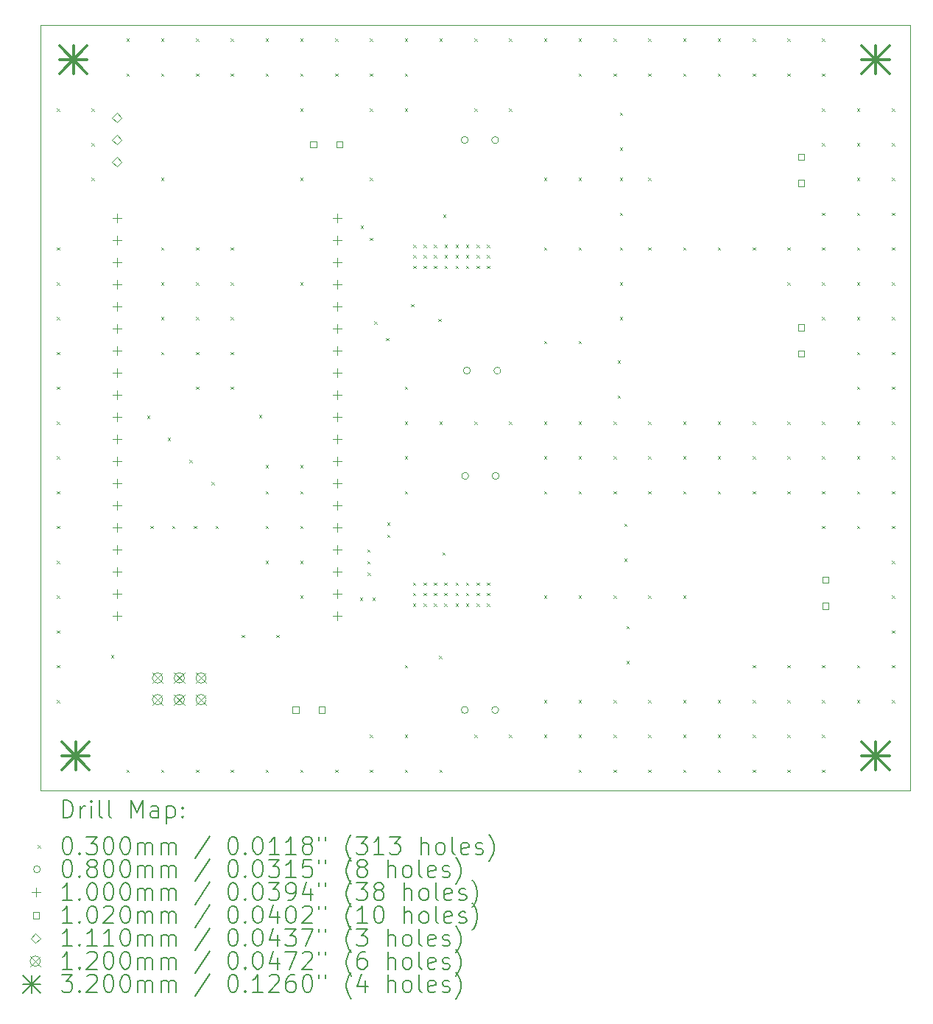
<source format=gbr>
%TF.GenerationSoftware,KiCad,Pcbnew,8.0.7-8.0.7-0~ubuntu22.04.1*%
%TF.CreationDate,2025-01-27T17:29:04+02:00*%
%TF.ProjectId,speaker_amp2,73706561-6b65-4725-9f61-6d70322e6b69,rev?*%
%TF.SameCoordinates,Original*%
%TF.FileFunction,Drillmap*%
%TF.FilePolarity,Positive*%
%FSLAX45Y45*%
G04 Gerber Fmt 4.5, Leading zero omitted, Abs format (unit mm)*
G04 Created by KiCad (PCBNEW 8.0.7-8.0.7-0~ubuntu22.04.1) date 2025-01-27 17:29:04*
%MOMM*%
%LPD*%
G01*
G04 APERTURE LIST*
%ADD10C,0.050000*%
%ADD11C,0.200000*%
%ADD12C,0.100000*%
%ADD13C,0.102000*%
%ADD14C,0.111000*%
%ADD15C,0.120000*%
%ADD16C,0.320000*%
G04 APERTURE END LIST*
D10*
X3750000Y-6300000D02*
X13750000Y-6300000D01*
X13750000Y-15100000D01*
X3750000Y-15100000D01*
X3750000Y-6300000D01*
D11*
D12*
X3935000Y-7260000D02*
X3965000Y-7290000D01*
X3965000Y-7260000D02*
X3935000Y-7290000D01*
X3935000Y-8860000D02*
X3965000Y-8890000D01*
X3965000Y-8860000D02*
X3935000Y-8890000D01*
X3935000Y-9260000D02*
X3965000Y-9290000D01*
X3965000Y-9260000D02*
X3935000Y-9290000D01*
X3935000Y-9660000D02*
X3965000Y-9690000D01*
X3965000Y-9660000D02*
X3935000Y-9690000D01*
X3935000Y-10060000D02*
X3965000Y-10090000D01*
X3965000Y-10060000D02*
X3935000Y-10090000D01*
X3935000Y-10460000D02*
X3965000Y-10490000D01*
X3965000Y-10460000D02*
X3935000Y-10490000D01*
X3935000Y-10860000D02*
X3965000Y-10890000D01*
X3965000Y-10860000D02*
X3935000Y-10890000D01*
X3935000Y-11260000D02*
X3965000Y-11290000D01*
X3965000Y-11260000D02*
X3935000Y-11290000D01*
X3935000Y-11660000D02*
X3965000Y-11690000D01*
X3965000Y-11660000D02*
X3935000Y-11690000D01*
X3935000Y-12060000D02*
X3965000Y-12090000D01*
X3965000Y-12060000D02*
X3935000Y-12090000D01*
X3935000Y-12460000D02*
X3965000Y-12490000D01*
X3965000Y-12460000D02*
X3935000Y-12490000D01*
X3935000Y-12860000D02*
X3965000Y-12890000D01*
X3965000Y-12860000D02*
X3935000Y-12890000D01*
X3935000Y-13260000D02*
X3965000Y-13290000D01*
X3965000Y-13260000D02*
X3935000Y-13290000D01*
X3935000Y-13660000D02*
X3965000Y-13690000D01*
X3965000Y-13660000D02*
X3935000Y-13690000D01*
X3935000Y-14060000D02*
X3965000Y-14090000D01*
X3965000Y-14060000D02*
X3935000Y-14090000D01*
X4335000Y-7260000D02*
X4365000Y-7290000D01*
X4365000Y-7260000D02*
X4335000Y-7290000D01*
X4335000Y-7660000D02*
X4365000Y-7690000D01*
X4365000Y-7660000D02*
X4335000Y-7690000D01*
X4335000Y-8060000D02*
X4365000Y-8090000D01*
X4365000Y-8060000D02*
X4335000Y-8090000D01*
X4560000Y-13545000D02*
X4590000Y-13575000D01*
X4590000Y-13545000D02*
X4560000Y-13575000D01*
X4735000Y-6460000D02*
X4765000Y-6490000D01*
X4765000Y-6460000D02*
X4735000Y-6490000D01*
X4735000Y-6860000D02*
X4765000Y-6890000D01*
X4765000Y-6860000D02*
X4735000Y-6890000D01*
X4735000Y-14860000D02*
X4765000Y-14890000D01*
X4765000Y-14860000D02*
X4735000Y-14890000D01*
X4975000Y-10794000D02*
X5005000Y-10824000D01*
X5005000Y-10794000D02*
X4975000Y-10824000D01*
X5010000Y-12060000D02*
X5040000Y-12090000D01*
X5040000Y-12060000D02*
X5010000Y-12090000D01*
X5135000Y-6460000D02*
X5165000Y-6490000D01*
X5165000Y-6460000D02*
X5135000Y-6490000D01*
X5135000Y-6860000D02*
X5165000Y-6890000D01*
X5165000Y-6860000D02*
X5135000Y-6890000D01*
X5135000Y-8060000D02*
X5165000Y-8090000D01*
X5165000Y-8060000D02*
X5135000Y-8090000D01*
X5135000Y-8860000D02*
X5165000Y-8890000D01*
X5165000Y-8860000D02*
X5135000Y-8890000D01*
X5135000Y-9260000D02*
X5165000Y-9290000D01*
X5165000Y-9260000D02*
X5135000Y-9290000D01*
X5135000Y-9660000D02*
X5165000Y-9690000D01*
X5165000Y-9660000D02*
X5135000Y-9690000D01*
X5135000Y-10060000D02*
X5165000Y-10090000D01*
X5165000Y-10060000D02*
X5135000Y-10090000D01*
X5135000Y-14860000D02*
X5165000Y-14890000D01*
X5165000Y-14860000D02*
X5135000Y-14890000D01*
X5210000Y-11048000D02*
X5240000Y-11078000D01*
X5240000Y-11048000D02*
X5210000Y-11078000D01*
X5260000Y-12060000D02*
X5290000Y-12090000D01*
X5290000Y-12060000D02*
X5260000Y-12090000D01*
X5460000Y-11302000D02*
X5490000Y-11332000D01*
X5490000Y-11302000D02*
X5460000Y-11332000D01*
X5510000Y-12060000D02*
X5540000Y-12090000D01*
X5540000Y-12060000D02*
X5510000Y-12090000D01*
X5535000Y-6460000D02*
X5565000Y-6490000D01*
X5565000Y-6460000D02*
X5535000Y-6490000D01*
X5535000Y-6860000D02*
X5565000Y-6890000D01*
X5565000Y-6860000D02*
X5535000Y-6890000D01*
X5535000Y-8860000D02*
X5565000Y-8890000D01*
X5565000Y-8860000D02*
X5535000Y-8890000D01*
X5535000Y-9260000D02*
X5565000Y-9290000D01*
X5565000Y-9260000D02*
X5535000Y-9290000D01*
X5535000Y-9660000D02*
X5565000Y-9690000D01*
X5565000Y-9660000D02*
X5535000Y-9690000D01*
X5535000Y-10060000D02*
X5565000Y-10090000D01*
X5565000Y-10060000D02*
X5535000Y-10090000D01*
X5535000Y-10460000D02*
X5565000Y-10490000D01*
X5565000Y-10460000D02*
X5535000Y-10490000D01*
X5535000Y-14860000D02*
X5565000Y-14890000D01*
X5565000Y-14860000D02*
X5535000Y-14890000D01*
X5715000Y-11556000D02*
X5745000Y-11586000D01*
X5745000Y-11556000D02*
X5715000Y-11586000D01*
X5760000Y-12060000D02*
X5790000Y-12090000D01*
X5790000Y-12060000D02*
X5760000Y-12090000D01*
X5935000Y-6460000D02*
X5965000Y-6490000D01*
X5965000Y-6460000D02*
X5935000Y-6490000D01*
X5935000Y-6860000D02*
X5965000Y-6890000D01*
X5965000Y-6860000D02*
X5935000Y-6890000D01*
X5935000Y-8860000D02*
X5965000Y-8890000D01*
X5965000Y-8860000D02*
X5935000Y-8890000D01*
X5935000Y-9260000D02*
X5965000Y-9290000D01*
X5965000Y-9260000D02*
X5935000Y-9290000D01*
X5935000Y-9660000D02*
X5965000Y-9690000D01*
X5965000Y-9660000D02*
X5935000Y-9690000D01*
X5935000Y-10060000D02*
X5965000Y-10090000D01*
X5965000Y-10060000D02*
X5935000Y-10090000D01*
X5935000Y-10460000D02*
X5965000Y-10490000D01*
X5965000Y-10460000D02*
X5935000Y-10490000D01*
X5935000Y-14860000D02*
X5965000Y-14890000D01*
X5965000Y-14860000D02*
X5935000Y-14890000D01*
X6060000Y-13310000D02*
X6090000Y-13340000D01*
X6090000Y-13310000D02*
X6060000Y-13340000D01*
X6260000Y-10785000D02*
X6290000Y-10815000D01*
X6290000Y-10785000D02*
X6260000Y-10815000D01*
X6335000Y-6460000D02*
X6365000Y-6490000D01*
X6365000Y-6460000D02*
X6335000Y-6490000D01*
X6335000Y-6860000D02*
X6365000Y-6890000D01*
X6365000Y-6860000D02*
X6335000Y-6890000D01*
X6335000Y-11360000D02*
X6365000Y-11390000D01*
X6365000Y-11360000D02*
X6335000Y-11390000D01*
X6335000Y-11660000D02*
X6365000Y-11690000D01*
X6365000Y-11660000D02*
X6335000Y-11690000D01*
X6335000Y-12060000D02*
X6365000Y-12090000D01*
X6365000Y-12060000D02*
X6335000Y-12090000D01*
X6335000Y-12460000D02*
X6365000Y-12490000D01*
X6365000Y-12460000D02*
X6335000Y-12490000D01*
X6335000Y-14860000D02*
X6365000Y-14890000D01*
X6365000Y-14860000D02*
X6335000Y-14890000D01*
X6460000Y-13310000D02*
X6490000Y-13340000D01*
X6490000Y-13310000D02*
X6460000Y-13340000D01*
X6735000Y-6460000D02*
X6765000Y-6490000D01*
X6765000Y-6460000D02*
X6735000Y-6490000D01*
X6735000Y-6860000D02*
X6765000Y-6890000D01*
X6765000Y-6860000D02*
X6735000Y-6890000D01*
X6735000Y-7260000D02*
X6765000Y-7290000D01*
X6765000Y-7260000D02*
X6735000Y-7290000D01*
X6735000Y-8060000D02*
X6765000Y-8090000D01*
X6765000Y-8060000D02*
X6735000Y-8090000D01*
X6735000Y-9260000D02*
X6765000Y-9290000D01*
X6765000Y-9260000D02*
X6735000Y-9290000D01*
X6735000Y-11360000D02*
X6765000Y-11390000D01*
X6765000Y-11360000D02*
X6735000Y-11390000D01*
X6735000Y-11660000D02*
X6765000Y-11690000D01*
X6765000Y-11660000D02*
X6735000Y-11690000D01*
X6735000Y-12060000D02*
X6765000Y-12090000D01*
X6765000Y-12060000D02*
X6735000Y-12090000D01*
X6735000Y-12460000D02*
X6765000Y-12490000D01*
X6765000Y-12460000D02*
X6735000Y-12490000D01*
X6735000Y-12860000D02*
X6765000Y-12890000D01*
X6765000Y-12860000D02*
X6735000Y-12890000D01*
X6735000Y-14860000D02*
X6765000Y-14890000D01*
X6765000Y-14860000D02*
X6735000Y-14890000D01*
X7135000Y-6460000D02*
X7165000Y-6490000D01*
X7165000Y-6460000D02*
X7135000Y-6490000D01*
X7135000Y-6860000D02*
X7165000Y-6890000D01*
X7165000Y-6860000D02*
X7135000Y-6890000D01*
X7135000Y-14860000D02*
X7165000Y-14890000D01*
X7165000Y-14860000D02*
X7135000Y-14890000D01*
X7420000Y-12885000D02*
X7450000Y-12915000D01*
X7450000Y-12885000D02*
X7420000Y-12915000D01*
X7427500Y-8607500D02*
X7457500Y-8637500D01*
X7457500Y-8607500D02*
X7427500Y-8637500D01*
X7505000Y-12330000D02*
X7535000Y-12360000D01*
X7535000Y-12330000D02*
X7505000Y-12360000D01*
X7505000Y-12465000D02*
X7535000Y-12495000D01*
X7535000Y-12465000D02*
X7505000Y-12495000D01*
X7510000Y-12595000D02*
X7540000Y-12625000D01*
X7540000Y-12595000D02*
X7510000Y-12625000D01*
X7535000Y-6460000D02*
X7565000Y-6490000D01*
X7565000Y-6460000D02*
X7535000Y-6490000D01*
X7535000Y-6860000D02*
X7565000Y-6890000D01*
X7565000Y-6860000D02*
X7535000Y-6890000D01*
X7535000Y-7260000D02*
X7565000Y-7290000D01*
X7565000Y-7260000D02*
X7535000Y-7290000D01*
X7535000Y-8060000D02*
X7565000Y-8090000D01*
X7565000Y-8060000D02*
X7535000Y-8090000D01*
X7535000Y-8747500D02*
X7565000Y-8777500D01*
X7565000Y-8747500D02*
X7535000Y-8777500D01*
X7535000Y-14460000D02*
X7565000Y-14490000D01*
X7565000Y-14460000D02*
X7535000Y-14490000D01*
X7535000Y-14860000D02*
X7565000Y-14890000D01*
X7565000Y-14860000D02*
X7535000Y-14890000D01*
X7565000Y-12885000D02*
X7595000Y-12915000D01*
X7595000Y-12885000D02*
X7565000Y-12915000D01*
X7585000Y-9710000D02*
X7615000Y-9740000D01*
X7615000Y-9710000D02*
X7585000Y-9740000D01*
X7720000Y-9900000D02*
X7750000Y-9930000D01*
X7750000Y-9900000D02*
X7720000Y-9930000D01*
X7735000Y-12020000D02*
X7765000Y-12050000D01*
X7765000Y-12020000D02*
X7735000Y-12050000D01*
X7735000Y-12160000D02*
X7765000Y-12190000D01*
X7765000Y-12160000D02*
X7735000Y-12190000D01*
X7935000Y-6460000D02*
X7965000Y-6490000D01*
X7965000Y-6460000D02*
X7935000Y-6490000D01*
X7935000Y-6860000D02*
X7965000Y-6890000D01*
X7965000Y-6860000D02*
X7935000Y-6890000D01*
X7935000Y-7260000D02*
X7965000Y-7290000D01*
X7965000Y-7260000D02*
X7935000Y-7290000D01*
X7935000Y-10460000D02*
X7965000Y-10490000D01*
X7965000Y-10460000D02*
X7935000Y-10490000D01*
X7935000Y-10860000D02*
X7965000Y-10890000D01*
X7965000Y-10860000D02*
X7935000Y-10890000D01*
X7935000Y-11260000D02*
X7965000Y-11290000D01*
X7965000Y-11260000D02*
X7935000Y-11290000D01*
X7935000Y-11660000D02*
X7965000Y-11690000D01*
X7965000Y-11660000D02*
X7935000Y-11690000D01*
X7935000Y-13660000D02*
X7965000Y-13690000D01*
X7965000Y-13660000D02*
X7935000Y-13690000D01*
X7935000Y-14460000D02*
X7965000Y-14490000D01*
X7965000Y-14460000D02*
X7935000Y-14490000D01*
X7935000Y-14860000D02*
X7965000Y-14890000D01*
X7965000Y-14860000D02*
X7935000Y-14890000D01*
X8010000Y-9510000D02*
X8040000Y-9540000D01*
X8040000Y-9510000D02*
X8010000Y-9540000D01*
X8031000Y-12711000D02*
X8061000Y-12741000D01*
X8061000Y-12711000D02*
X8031000Y-12741000D01*
X8031000Y-12831000D02*
X8061000Y-12861000D01*
X8061000Y-12831000D02*
X8031000Y-12861000D01*
X8031000Y-12951000D02*
X8061000Y-12981000D01*
X8061000Y-12951000D02*
X8031000Y-12981000D01*
X8032000Y-8829000D02*
X8062000Y-8859000D01*
X8062000Y-8829000D02*
X8032000Y-8859000D01*
X8032000Y-8949000D02*
X8062000Y-8979000D01*
X8062000Y-8949000D02*
X8032000Y-8979000D01*
X8032000Y-9069000D02*
X8062000Y-9099000D01*
X8062000Y-9069000D02*
X8032000Y-9099000D01*
X8151000Y-12711000D02*
X8181000Y-12741000D01*
X8181000Y-12711000D02*
X8151000Y-12741000D01*
X8151000Y-12831000D02*
X8181000Y-12861000D01*
X8181000Y-12831000D02*
X8151000Y-12861000D01*
X8151000Y-12951000D02*
X8181000Y-12981000D01*
X8181000Y-12951000D02*
X8151000Y-12981000D01*
X8152000Y-8829000D02*
X8182000Y-8859000D01*
X8182000Y-8829000D02*
X8152000Y-8859000D01*
X8152000Y-8949000D02*
X8182000Y-8979000D01*
X8182000Y-8949000D02*
X8152000Y-8979000D01*
X8152000Y-9069000D02*
X8182000Y-9099000D01*
X8182000Y-9069000D02*
X8152000Y-9099000D01*
X8271000Y-12711000D02*
X8301000Y-12741000D01*
X8301000Y-12711000D02*
X8271000Y-12741000D01*
X8271000Y-12831000D02*
X8301000Y-12861000D01*
X8301000Y-12831000D02*
X8271000Y-12861000D01*
X8271000Y-12951000D02*
X8301000Y-12981000D01*
X8301000Y-12951000D02*
X8271000Y-12981000D01*
X8272000Y-8829000D02*
X8302000Y-8859000D01*
X8302000Y-8829000D02*
X8272000Y-8859000D01*
X8272000Y-8949000D02*
X8302000Y-8979000D01*
X8302000Y-8949000D02*
X8272000Y-8979000D01*
X8272000Y-9069000D02*
X8302000Y-9099000D01*
X8302000Y-9069000D02*
X8272000Y-9099000D01*
X8320000Y-9680000D02*
X8350000Y-9710000D01*
X8350000Y-9680000D02*
X8320000Y-9710000D01*
X8330000Y-13555000D02*
X8360000Y-13585000D01*
X8360000Y-13555000D02*
X8330000Y-13585000D01*
X8335000Y-6460000D02*
X8365000Y-6490000D01*
X8365000Y-6460000D02*
X8335000Y-6490000D01*
X8335000Y-10860000D02*
X8365000Y-10890000D01*
X8365000Y-10860000D02*
X8335000Y-10890000D01*
X8335000Y-14860000D02*
X8365000Y-14890000D01*
X8365000Y-14860000D02*
X8335000Y-14890000D01*
X8370000Y-12365000D02*
X8400000Y-12395000D01*
X8400000Y-12365000D02*
X8370000Y-12395000D01*
X8375000Y-8480000D02*
X8405000Y-8510000D01*
X8405000Y-8480000D02*
X8375000Y-8510000D01*
X8391000Y-12711000D02*
X8421000Y-12741000D01*
X8421000Y-12711000D02*
X8391000Y-12741000D01*
X8391000Y-12831000D02*
X8421000Y-12861000D01*
X8421000Y-12831000D02*
X8391000Y-12861000D01*
X8391000Y-12951000D02*
X8421000Y-12981000D01*
X8421000Y-12951000D02*
X8391000Y-12981000D01*
X8392000Y-8829000D02*
X8422000Y-8859000D01*
X8422000Y-8829000D02*
X8392000Y-8859000D01*
X8392000Y-8949000D02*
X8422000Y-8979000D01*
X8422000Y-8949000D02*
X8392000Y-8979000D01*
X8392000Y-9069000D02*
X8422000Y-9099000D01*
X8422000Y-9069000D02*
X8392000Y-9099000D01*
X8520000Y-12711000D02*
X8550000Y-12741000D01*
X8550000Y-12711000D02*
X8520000Y-12741000D01*
X8520000Y-12831000D02*
X8550000Y-12861000D01*
X8550000Y-12831000D02*
X8520000Y-12861000D01*
X8520000Y-12951000D02*
X8550000Y-12981000D01*
X8550000Y-12951000D02*
X8520000Y-12981000D01*
X8521000Y-8829000D02*
X8551000Y-8859000D01*
X8551000Y-8829000D02*
X8521000Y-8859000D01*
X8521000Y-8949000D02*
X8551000Y-8979000D01*
X8551000Y-8949000D02*
X8521000Y-8979000D01*
X8521000Y-9069000D02*
X8551000Y-9099000D01*
X8551000Y-9069000D02*
X8521000Y-9099000D01*
X8640000Y-12711000D02*
X8670000Y-12741000D01*
X8670000Y-12711000D02*
X8640000Y-12741000D01*
X8640000Y-12831000D02*
X8670000Y-12861000D01*
X8670000Y-12831000D02*
X8640000Y-12861000D01*
X8640000Y-12951000D02*
X8670000Y-12981000D01*
X8670000Y-12951000D02*
X8640000Y-12981000D01*
X8641000Y-8829000D02*
X8671000Y-8859000D01*
X8671000Y-8829000D02*
X8641000Y-8859000D01*
X8641000Y-8949000D02*
X8671000Y-8979000D01*
X8671000Y-8949000D02*
X8641000Y-8979000D01*
X8641000Y-9069000D02*
X8671000Y-9099000D01*
X8671000Y-9069000D02*
X8641000Y-9099000D01*
X8735000Y-6460000D02*
X8765000Y-6490000D01*
X8765000Y-6460000D02*
X8735000Y-6490000D01*
X8735000Y-7260000D02*
X8765000Y-7290000D01*
X8765000Y-7260000D02*
X8735000Y-7290000D01*
X8735000Y-10860000D02*
X8765000Y-10890000D01*
X8765000Y-10860000D02*
X8735000Y-10890000D01*
X8735000Y-14460000D02*
X8765000Y-14490000D01*
X8765000Y-14460000D02*
X8735000Y-14490000D01*
X8760000Y-12711000D02*
X8790000Y-12741000D01*
X8790000Y-12711000D02*
X8760000Y-12741000D01*
X8760000Y-12831000D02*
X8790000Y-12861000D01*
X8790000Y-12831000D02*
X8760000Y-12861000D01*
X8760000Y-12951000D02*
X8790000Y-12981000D01*
X8790000Y-12951000D02*
X8760000Y-12981000D01*
X8761000Y-8829000D02*
X8791000Y-8859000D01*
X8791000Y-8829000D02*
X8761000Y-8859000D01*
X8761000Y-8949000D02*
X8791000Y-8979000D01*
X8791000Y-8949000D02*
X8761000Y-8979000D01*
X8761000Y-9069000D02*
X8791000Y-9099000D01*
X8791000Y-9069000D02*
X8761000Y-9099000D01*
X8880000Y-12711000D02*
X8910000Y-12741000D01*
X8910000Y-12711000D02*
X8880000Y-12741000D01*
X8880000Y-12831000D02*
X8910000Y-12861000D01*
X8910000Y-12831000D02*
X8880000Y-12861000D01*
X8880000Y-12951000D02*
X8910000Y-12981000D01*
X8910000Y-12951000D02*
X8880000Y-12981000D01*
X8881000Y-8829000D02*
X8911000Y-8859000D01*
X8911000Y-8829000D02*
X8881000Y-8859000D01*
X8881000Y-8949000D02*
X8911000Y-8979000D01*
X8911000Y-8949000D02*
X8881000Y-8979000D01*
X8881000Y-9069000D02*
X8911000Y-9099000D01*
X8911000Y-9069000D02*
X8881000Y-9099000D01*
X9135000Y-6460000D02*
X9165000Y-6490000D01*
X9165000Y-6460000D02*
X9135000Y-6490000D01*
X9135000Y-7260000D02*
X9165000Y-7290000D01*
X9165000Y-7260000D02*
X9135000Y-7290000D01*
X9135000Y-10860000D02*
X9165000Y-10890000D01*
X9165000Y-10860000D02*
X9135000Y-10890000D01*
X9135000Y-14460000D02*
X9165000Y-14490000D01*
X9165000Y-14460000D02*
X9135000Y-14490000D01*
X9535000Y-6460000D02*
X9565000Y-6490000D01*
X9565000Y-6460000D02*
X9535000Y-6490000D01*
X9535000Y-8060000D02*
X9565000Y-8090000D01*
X9565000Y-8060000D02*
X9535000Y-8090000D01*
X9535000Y-8860000D02*
X9565000Y-8890000D01*
X9565000Y-8860000D02*
X9535000Y-8890000D01*
X9535000Y-9935000D02*
X9565000Y-9965000D01*
X9565000Y-9935000D02*
X9535000Y-9965000D01*
X9535000Y-10860000D02*
X9565000Y-10890000D01*
X9565000Y-10860000D02*
X9535000Y-10890000D01*
X9535000Y-11260000D02*
X9565000Y-11290000D01*
X9565000Y-11260000D02*
X9535000Y-11290000D01*
X9535000Y-11660000D02*
X9565000Y-11690000D01*
X9565000Y-11660000D02*
X9535000Y-11690000D01*
X9535000Y-12860000D02*
X9565000Y-12890000D01*
X9565000Y-12860000D02*
X9535000Y-12890000D01*
X9535000Y-14060000D02*
X9565000Y-14090000D01*
X9565000Y-14060000D02*
X9535000Y-14090000D01*
X9535000Y-14460000D02*
X9565000Y-14490000D01*
X9565000Y-14460000D02*
X9535000Y-14490000D01*
X9935000Y-6460000D02*
X9965000Y-6490000D01*
X9965000Y-6460000D02*
X9935000Y-6490000D01*
X9935000Y-6860000D02*
X9965000Y-6890000D01*
X9965000Y-6860000D02*
X9935000Y-6890000D01*
X9935000Y-8060000D02*
X9965000Y-8090000D01*
X9965000Y-8060000D02*
X9935000Y-8090000D01*
X9935000Y-8860000D02*
X9965000Y-8890000D01*
X9965000Y-8860000D02*
X9935000Y-8890000D01*
X9935000Y-9935000D02*
X9965000Y-9965000D01*
X9965000Y-9935000D02*
X9935000Y-9965000D01*
X9935000Y-10860000D02*
X9965000Y-10890000D01*
X9965000Y-10860000D02*
X9935000Y-10890000D01*
X9935000Y-11260000D02*
X9965000Y-11290000D01*
X9965000Y-11260000D02*
X9935000Y-11290000D01*
X9935000Y-11660000D02*
X9965000Y-11690000D01*
X9965000Y-11660000D02*
X9935000Y-11690000D01*
X9935000Y-12860000D02*
X9965000Y-12890000D01*
X9965000Y-12860000D02*
X9935000Y-12890000D01*
X9935000Y-14060000D02*
X9965000Y-14090000D01*
X9965000Y-14060000D02*
X9935000Y-14090000D01*
X9935000Y-14460000D02*
X9965000Y-14490000D01*
X9965000Y-14460000D02*
X9935000Y-14490000D01*
X9935000Y-14860000D02*
X9965000Y-14890000D01*
X9965000Y-14860000D02*
X9935000Y-14890000D01*
X10335000Y-6460000D02*
X10365000Y-6490000D01*
X10365000Y-6460000D02*
X10335000Y-6490000D01*
X10335000Y-6860000D02*
X10365000Y-6890000D01*
X10365000Y-6860000D02*
X10335000Y-6890000D01*
X10335000Y-10860000D02*
X10365000Y-10890000D01*
X10365000Y-10860000D02*
X10335000Y-10890000D01*
X10335000Y-11260000D02*
X10365000Y-11290000D01*
X10365000Y-11260000D02*
X10335000Y-11290000D01*
X10335000Y-11660000D02*
X10365000Y-11690000D01*
X10365000Y-11660000D02*
X10335000Y-11690000D01*
X10335000Y-12860000D02*
X10365000Y-12890000D01*
X10365000Y-12860000D02*
X10335000Y-12890000D01*
X10335000Y-14060000D02*
X10365000Y-14090000D01*
X10365000Y-14060000D02*
X10335000Y-14090000D01*
X10335000Y-14460000D02*
X10365000Y-14490000D01*
X10365000Y-14460000D02*
X10335000Y-14490000D01*
X10335000Y-14860000D02*
X10365000Y-14890000D01*
X10365000Y-14860000D02*
X10335000Y-14890000D01*
X10385000Y-10160000D02*
X10415000Y-10190000D01*
X10415000Y-10160000D02*
X10385000Y-10190000D01*
X10385000Y-10560000D02*
X10415000Y-10590000D01*
X10415000Y-10560000D02*
X10385000Y-10590000D01*
X10410000Y-7310000D02*
X10440000Y-7340000D01*
X10440000Y-7310000D02*
X10410000Y-7340000D01*
X10410000Y-7710000D02*
X10440000Y-7740000D01*
X10440000Y-7710000D02*
X10410000Y-7740000D01*
X10410000Y-8060000D02*
X10440000Y-8090000D01*
X10440000Y-8060000D02*
X10410000Y-8090000D01*
X10410000Y-8460000D02*
X10440000Y-8490000D01*
X10440000Y-8460000D02*
X10410000Y-8490000D01*
X10410000Y-8860000D02*
X10440000Y-8890000D01*
X10440000Y-8860000D02*
X10410000Y-8890000D01*
X10410000Y-9260000D02*
X10440000Y-9290000D01*
X10440000Y-9260000D02*
X10410000Y-9290000D01*
X10410000Y-9660000D02*
X10440000Y-9690000D01*
X10440000Y-9660000D02*
X10410000Y-9690000D01*
X10460000Y-12035000D02*
X10490000Y-12065000D01*
X10490000Y-12035000D02*
X10460000Y-12065000D01*
X10460000Y-12435000D02*
X10490000Y-12465000D01*
X10490000Y-12435000D02*
X10460000Y-12465000D01*
X10485000Y-13210000D02*
X10515000Y-13240000D01*
X10515000Y-13210000D02*
X10485000Y-13240000D01*
X10485000Y-13610000D02*
X10515000Y-13640000D01*
X10515000Y-13610000D02*
X10485000Y-13640000D01*
X10735000Y-6460000D02*
X10765000Y-6490000D01*
X10765000Y-6460000D02*
X10735000Y-6490000D01*
X10735000Y-6860000D02*
X10765000Y-6890000D01*
X10765000Y-6860000D02*
X10735000Y-6890000D01*
X10735000Y-8060000D02*
X10765000Y-8090000D01*
X10765000Y-8060000D02*
X10735000Y-8090000D01*
X10735000Y-8860000D02*
X10765000Y-8890000D01*
X10765000Y-8860000D02*
X10735000Y-8890000D01*
X10735000Y-10860000D02*
X10765000Y-10890000D01*
X10765000Y-10860000D02*
X10735000Y-10890000D01*
X10735000Y-11260000D02*
X10765000Y-11290000D01*
X10765000Y-11260000D02*
X10735000Y-11290000D01*
X10735000Y-11660000D02*
X10765000Y-11690000D01*
X10765000Y-11660000D02*
X10735000Y-11690000D01*
X10735000Y-12860000D02*
X10765000Y-12890000D01*
X10765000Y-12860000D02*
X10735000Y-12890000D01*
X10735000Y-14060000D02*
X10765000Y-14090000D01*
X10765000Y-14060000D02*
X10735000Y-14090000D01*
X10735000Y-14460000D02*
X10765000Y-14490000D01*
X10765000Y-14460000D02*
X10735000Y-14490000D01*
X10735000Y-14860000D02*
X10765000Y-14890000D01*
X10765000Y-14860000D02*
X10735000Y-14890000D01*
X11135000Y-6460000D02*
X11165000Y-6490000D01*
X11165000Y-6460000D02*
X11135000Y-6490000D01*
X11135000Y-6860000D02*
X11165000Y-6890000D01*
X11165000Y-6860000D02*
X11135000Y-6890000D01*
X11135000Y-8860000D02*
X11165000Y-8890000D01*
X11165000Y-8860000D02*
X11135000Y-8890000D01*
X11135000Y-10860000D02*
X11165000Y-10890000D01*
X11165000Y-10860000D02*
X11135000Y-10890000D01*
X11135000Y-11260000D02*
X11165000Y-11290000D01*
X11165000Y-11260000D02*
X11135000Y-11290000D01*
X11135000Y-11660000D02*
X11165000Y-11690000D01*
X11165000Y-11660000D02*
X11135000Y-11690000D01*
X11135000Y-12860000D02*
X11165000Y-12890000D01*
X11165000Y-12860000D02*
X11135000Y-12890000D01*
X11135000Y-14060000D02*
X11165000Y-14090000D01*
X11165000Y-14060000D02*
X11135000Y-14090000D01*
X11135000Y-14460000D02*
X11165000Y-14490000D01*
X11165000Y-14460000D02*
X11135000Y-14490000D01*
X11135000Y-14860000D02*
X11165000Y-14890000D01*
X11165000Y-14860000D02*
X11135000Y-14890000D01*
X11535000Y-6460000D02*
X11565000Y-6490000D01*
X11565000Y-6460000D02*
X11535000Y-6490000D01*
X11535000Y-6860000D02*
X11565000Y-6890000D01*
X11565000Y-6860000D02*
X11535000Y-6890000D01*
X11535000Y-8860000D02*
X11565000Y-8890000D01*
X11565000Y-8860000D02*
X11535000Y-8890000D01*
X11535000Y-10860000D02*
X11565000Y-10890000D01*
X11565000Y-10860000D02*
X11535000Y-10890000D01*
X11535000Y-11260000D02*
X11565000Y-11290000D01*
X11565000Y-11260000D02*
X11535000Y-11290000D01*
X11535000Y-11660000D02*
X11565000Y-11690000D01*
X11565000Y-11660000D02*
X11535000Y-11690000D01*
X11535000Y-14060000D02*
X11565000Y-14090000D01*
X11565000Y-14060000D02*
X11535000Y-14090000D01*
X11535000Y-14460000D02*
X11565000Y-14490000D01*
X11565000Y-14460000D02*
X11535000Y-14490000D01*
X11535000Y-14860000D02*
X11565000Y-14890000D01*
X11565000Y-14860000D02*
X11535000Y-14890000D01*
X11935000Y-6460000D02*
X11965000Y-6490000D01*
X11965000Y-6460000D02*
X11935000Y-6490000D01*
X11935000Y-6860000D02*
X11965000Y-6890000D01*
X11965000Y-6860000D02*
X11935000Y-6890000D01*
X11935000Y-8860000D02*
X11965000Y-8890000D01*
X11965000Y-8860000D02*
X11935000Y-8890000D01*
X11935000Y-10860000D02*
X11965000Y-10890000D01*
X11965000Y-10860000D02*
X11935000Y-10890000D01*
X11935000Y-11260000D02*
X11965000Y-11290000D01*
X11965000Y-11260000D02*
X11935000Y-11290000D01*
X11935000Y-11660000D02*
X11965000Y-11690000D01*
X11965000Y-11660000D02*
X11935000Y-11690000D01*
X11935000Y-13660000D02*
X11965000Y-13690000D01*
X11965000Y-13660000D02*
X11935000Y-13690000D01*
X11935000Y-14060000D02*
X11965000Y-14090000D01*
X11965000Y-14060000D02*
X11935000Y-14090000D01*
X11935000Y-14460000D02*
X11965000Y-14490000D01*
X11965000Y-14460000D02*
X11935000Y-14490000D01*
X11935000Y-14860000D02*
X11965000Y-14890000D01*
X11965000Y-14860000D02*
X11935000Y-14890000D01*
X12335000Y-6460000D02*
X12365000Y-6490000D01*
X12365000Y-6460000D02*
X12335000Y-6490000D01*
X12335000Y-6860000D02*
X12365000Y-6890000D01*
X12365000Y-6860000D02*
X12335000Y-6890000D01*
X12335000Y-8860000D02*
X12365000Y-8890000D01*
X12365000Y-8860000D02*
X12335000Y-8890000D01*
X12335000Y-9260000D02*
X12365000Y-9290000D01*
X12365000Y-9260000D02*
X12335000Y-9290000D01*
X12335000Y-10860000D02*
X12365000Y-10890000D01*
X12365000Y-10860000D02*
X12335000Y-10890000D01*
X12335000Y-11260000D02*
X12365000Y-11290000D01*
X12365000Y-11260000D02*
X12335000Y-11290000D01*
X12335000Y-11660000D02*
X12365000Y-11690000D01*
X12365000Y-11660000D02*
X12335000Y-11690000D01*
X12335000Y-13660000D02*
X12365000Y-13690000D01*
X12365000Y-13660000D02*
X12335000Y-13690000D01*
X12335000Y-14060000D02*
X12365000Y-14090000D01*
X12365000Y-14060000D02*
X12335000Y-14090000D01*
X12335000Y-14460000D02*
X12365000Y-14490000D01*
X12365000Y-14460000D02*
X12335000Y-14490000D01*
X12335000Y-14860000D02*
X12365000Y-14890000D01*
X12365000Y-14860000D02*
X12335000Y-14890000D01*
X12735000Y-6460000D02*
X12765000Y-6490000D01*
X12765000Y-6460000D02*
X12735000Y-6490000D01*
X12735000Y-6860000D02*
X12765000Y-6890000D01*
X12765000Y-6860000D02*
X12735000Y-6890000D01*
X12735000Y-7260000D02*
X12765000Y-7290000D01*
X12765000Y-7260000D02*
X12735000Y-7290000D01*
X12735000Y-7660000D02*
X12765000Y-7690000D01*
X12765000Y-7660000D02*
X12735000Y-7690000D01*
X12735000Y-8460000D02*
X12765000Y-8490000D01*
X12765000Y-8460000D02*
X12735000Y-8490000D01*
X12735000Y-8860000D02*
X12765000Y-8890000D01*
X12765000Y-8860000D02*
X12735000Y-8890000D01*
X12735000Y-9260000D02*
X12765000Y-9290000D01*
X12765000Y-9260000D02*
X12735000Y-9290000D01*
X12735000Y-9660000D02*
X12765000Y-9690000D01*
X12765000Y-9660000D02*
X12735000Y-9690000D01*
X12735000Y-10860000D02*
X12765000Y-10890000D01*
X12765000Y-10860000D02*
X12735000Y-10890000D01*
X12735000Y-11260000D02*
X12765000Y-11290000D01*
X12765000Y-11260000D02*
X12735000Y-11290000D01*
X12735000Y-11660000D02*
X12765000Y-11690000D01*
X12765000Y-11660000D02*
X12735000Y-11690000D01*
X12735000Y-12060000D02*
X12765000Y-12090000D01*
X12765000Y-12060000D02*
X12735000Y-12090000D01*
X12735000Y-13660000D02*
X12765000Y-13690000D01*
X12765000Y-13660000D02*
X12735000Y-13690000D01*
X12735000Y-14060000D02*
X12765000Y-14090000D01*
X12765000Y-14060000D02*
X12735000Y-14090000D01*
X12735000Y-14460000D02*
X12765000Y-14490000D01*
X12765000Y-14460000D02*
X12735000Y-14490000D01*
X12735000Y-14860000D02*
X12765000Y-14890000D01*
X12765000Y-14860000D02*
X12735000Y-14890000D01*
X13135000Y-7260000D02*
X13165000Y-7290000D01*
X13165000Y-7260000D02*
X13135000Y-7290000D01*
X13135000Y-7660000D02*
X13165000Y-7690000D01*
X13165000Y-7660000D02*
X13135000Y-7690000D01*
X13135000Y-8060000D02*
X13165000Y-8090000D01*
X13165000Y-8060000D02*
X13135000Y-8090000D01*
X13135000Y-8460000D02*
X13165000Y-8490000D01*
X13165000Y-8460000D02*
X13135000Y-8490000D01*
X13135000Y-8860000D02*
X13165000Y-8890000D01*
X13165000Y-8860000D02*
X13135000Y-8890000D01*
X13135000Y-9260000D02*
X13165000Y-9290000D01*
X13165000Y-9260000D02*
X13135000Y-9290000D01*
X13135000Y-9660000D02*
X13165000Y-9690000D01*
X13165000Y-9660000D02*
X13135000Y-9690000D01*
X13135000Y-10060000D02*
X13165000Y-10090000D01*
X13165000Y-10060000D02*
X13135000Y-10090000D01*
X13135000Y-10460000D02*
X13165000Y-10490000D01*
X13165000Y-10460000D02*
X13135000Y-10490000D01*
X13135000Y-10860000D02*
X13165000Y-10890000D01*
X13165000Y-10860000D02*
X13135000Y-10890000D01*
X13135000Y-11260000D02*
X13165000Y-11290000D01*
X13165000Y-11260000D02*
X13135000Y-11290000D01*
X13135000Y-11660000D02*
X13165000Y-11690000D01*
X13165000Y-11660000D02*
X13135000Y-11690000D01*
X13135000Y-12060000D02*
X13165000Y-12090000D01*
X13165000Y-12060000D02*
X13135000Y-12090000D01*
X13135000Y-13660000D02*
X13165000Y-13690000D01*
X13165000Y-13660000D02*
X13135000Y-13690000D01*
X13135000Y-14060000D02*
X13165000Y-14090000D01*
X13165000Y-14060000D02*
X13135000Y-14090000D01*
X13535000Y-7260000D02*
X13565000Y-7290000D01*
X13565000Y-7260000D02*
X13535000Y-7290000D01*
X13535000Y-7660000D02*
X13565000Y-7690000D01*
X13565000Y-7660000D02*
X13535000Y-7690000D01*
X13535000Y-8060000D02*
X13565000Y-8090000D01*
X13565000Y-8060000D02*
X13535000Y-8090000D01*
X13535000Y-8460000D02*
X13565000Y-8490000D01*
X13565000Y-8460000D02*
X13535000Y-8490000D01*
X13535000Y-8860000D02*
X13565000Y-8890000D01*
X13565000Y-8860000D02*
X13535000Y-8890000D01*
X13535000Y-9260000D02*
X13565000Y-9290000D01*
X13565000Y-9260000D02*
X13535000Y-9290000D01*
X13535000Y-9660000D02*
X13565000Y-9690000D01*
X13565000Y-9660000D02*
X13535000Y-9690000D01*
X13535000Y-10060000D02*
X13565000Y-10090000D01*
X13565000Y-10060000D02*
X13535000Y-10090000D01*
X13535000Y-10460000D02*
X13565000Y-10490000D01*
X13565000Y-10460000D02*
X13535000Y-10490000D01*
X13535000Y-10860000D02*
X13565000Y-10890000D01*
X13565000Y-10860000D02*
X13535000Y-10890000D01*
X13535000Y-11260000D02*
X13565000Y-11290000D01*
X13565000Y-11260000D02*
X13535000Y-11290000D01*
X13535000Y-11660000D02*
X13565000Y-11690000D01*
X13565000Y-11660000D02*
X13535000Y-11690000D01*
X13535000Y-12060000D02*
X13565000Y-12090000D01*
X13565000Y-12060000D02*
X13535000Y-12090000D01*
X13535000Y-12460000D02*
X13565000Y-12490000D01*
X13565000Y-12460000D02*
X13535000Y-12490000D01*
X13535000Y-12860000D02*
X13565000Y-12890000D01*
X13565000Y-12860000D02*
X13535000Y-12890000D01*
X13535000Y-13260000D02*
X13565000Y-13290000D01*
X13565000Y-13260000D02*
X13535000Y-13290000D01*
X13535000Y-13660000D02*
X13565000Y-13690000D01*
X13565000Y-13660000D02*
X13535000Y-13690000D01*
X13535000Y-14060000D02*
X13565000Y-14090000D01*
X13565000Y-14060000D02*
X13535000Y-14090000D01*
X8665000Y-7625000D02*
G75*
G02*
X8585000Y-7625000I-40000J0D01*
G01*
X8585000Y-7625000D02*
G75*
G02*
X8665000Y-7625000I40000J0D01*
G01*
X8665000Y-14175000D02*
G75*
G02*
X8585000Y-14175000I-40000J0D01*
G01*
X8585000Y-14175000D02*
G75*
G02*
X8665000Y-14175000I40000J0D01*
G01*
X8669735Y-11485000D02*
G75*
G02*
X8589735Y-11485000I-40000J0D01*
G01*
X8589735Y-11485000D02*
G75*
G02*
X8669735Y-11485000I40000J0D01*
G01*
X8690000Y-10275000D02*
G75*
G02*
X8610000Y-10275000I-40000J0D01*
G01*
X8610000Y-10275000D02*
G75*
G02*
X8690000Y-10275000I40000J0D01*
G01*
X9015000Y-7625000D02*
G75*
G02*
X8935000Y-7625000I-40000J0D01*
G01*
X8935000Y-7625000D02*
G75*
G02*
X9015000Y-7625000I40000J0D01*
G01*
X9015000Y-14175000D02*
G75*
G02*
X8935000Y-14175000I-40000J0D01*
G01*
X8935000Y-14175000D02*
G75*
G02*
X9015000Y-14175000I40000J0D01*
G01*
X9019735Y-11485000D02*
G75*
G02*
X8939735Y-11485000I-40000J0D01*
G01*
X8939735Y-11485000D02*
G75*
G02*
X9019735Y-11485000I40000J0D01*
G01*
X9040000Y-10275000D02*
G75*
G02*
X8960000Y-10275000I-40000J0D01*
G01*
X8960000Y-10275000D02*
G75*
G02*
X9040000Y-10275000I40000J0D01*
G01*
X4625000Y-8473000D02*
X4625000Y-8573000D01*
X4575000Y-8523000D02*
X4675000Y-8523000D01*
X4625000Y-8727000D02*
X4625000Y-8827000D01*
X4575000Y-8777000D02*
X4675000Y-8777000D01*
X4625000Y-8981000D02*
X4625000Y-9081000D01*
X4575000Y-9031000D02*
X4675000Y-9031000D01*
X4625000Y-9235000D02*
X4625000Y-9335000D01*
X4575000Y-9285000D02*
X4675000Y-9285000D01*
X4625000Y-9489000D02*
X4625000Y-9589000D01*
X4575000Y-9539000D02*
X4675000Y-9539000D01*
X4625000Y-9743000D02*
X4625000Y-9843000D01*
X4575000Y-9793000D02*
X4675000Y-9793000D01*
X4625000Y-9997000D02*
X4625000Y-10097000D01*
X4575000Y-10047000D02*
X4675000Y-10047000D01*
X4625000Y-10251000D02*
X4625000Y-10351000D01*
X4575000Y-10301000D02*
X4675000Y-10301000D01*
X4625000Y-10505000D02*
X4625000Y-10605000D01*
X4575000Y-10555000D02*
X4675000Y-10555000D01*
X4625000Y-10759000D02*
X4625000Y-10859000D01*
X4575000Y-10809000D02*
X4675000Y-10809000D01*
X4625000Y-11013000D02*
X4625000Y-11113000D01*
X4575000Y-11063000D02*
X4675000Y-11063000D01*
X4625000Y-11267000D02*
X4625000Y-11367000D01*
X4575000Y-11317000D02*
X4675000Y-11317000D01*
X4625000Y-11521000D02*
X4625000Y-11621000D01*
X4575000Y-11571000D02*
X4675000Y-11571000D01*
X4625000Y-11775000D02*
X4625000Y-11875000D01*
X4575000Y-11825000D02*
X4675000Y-11825000D01*
X4625000Y-12029000D02*
X4625000Y-12129000D01*
X4575000Y-12079000D02*
X4675000Y-12079000D01*
X4625000Y-12283000D02*
X4625000Y-12383000D01*
X4575000Y-12333000D02*
X4675000Y-12333000D01*
X4625000Y-12537000D02*
X4625000Y-12637000D01*
X4575000Y-12587000D02*
X4675000Y-12587000D01*
X4625000Y-12791000D02*
X4625000Y-12891000D01*
X4575000Y-12841000D02*
X4675000Y-12841000D01*
X4625000Y-13045000D02*
X4625000Y-13145000D01*
X4575000Y-13095000D02*
X4675000Y-13095000D01*
X7159000Y-8473000D02*
X7159000Y-8573000D01*
X7109000Y-8523000D02*
X7209000Y-8523000D01*
X7159000Y-8727000D02*
X7159000Y-8827000D01*
X7109000Y-8777000D02*
X7209000Y-8777000D01*
X7159000Y-8981000D02*
X7159000Y-9081000D01*
X7109000Y-9031000D02*
X7209000Y-9031000D01*
X7159000Y-9235000D02*
X7159000Y-9335000D01*
X7109000Y-9285000D02*
X7209000Y-9285000D01*
X7159000Y-9489000D02*
X7159000Y-9589000D01*
X7109000Y-9539000D02*
X7209000Y-9539000D01*
X7159000Y-9743000D02*
X7159000Y-9843000D01*
X7109000Y-9793000D02*
X7209000Y-9793000D01*
X7159000Y-9997000D02*
X7159000Y-10097000D01*
X7109000Y-10047000D02*
X7209000Y-10047000D01*
X7159000Y-10251000D02*
X7159000Y-10351000D01*
X7109000Y-10301000D02*
X7209000Y-10301000D01*
X7159000Y-10505000D02*
X7159000Y-10605000D01*
X7109000Y-10555000D02*
X7209000Y-10555000D01*
X7159000Y-10759000D02*
X7159000Y-10859000D01*
X7109000Y-10809000D02*
X7209000Y-10809000D01*
X7159000Y-11013000D02*
X7159000Y-11113000D01*
X7109000Y-11063000D02*
X7209000Y-11063000D01*
X7159000Y-11267000D02*
X7159000Y-11367000D01*
X7109000Y-11317000D02*
X7209000Y-11317000D01*
X7159000Y-11521000D02*
X7159000Y-11621000D01*
X7109000Y-11571000D02*
X7209000Y-11571000D01*
X7159000Y-11775000D02*
X7159000Y-11875000D01*
X7109000Y-11825000D02*
X7209000Y-11825000D01*
X7159000Y-12029000D02*
X7159000Y-12129000D01*
X7109000Y-12079000D02*
X7209000Y-12079000D01*
X7159000Y-12283000D02*
X7159000Y-12383000D01*
X7109000Y-12333000D02*
X7209000Y-12333000D01*
X7159000Y-12537000D02*
X7159000Y-12637000D01*
X7109000Y-12587000D02*
X7209000Y-12587000D01*
X7159000Y-12791000D02*
X7159000Y-12891000D01*
X7109000Y-12841000D02*
X7209000Y-12841000D01*
X7159000Y-13045000D02*
X7159000Y-13145000D01*
X7109000Y-13095000D02*
X7209000Y-13095000D01*
D13*
X6717063Y-14211063D02*
X6717063Y-14138937D01*
X6644937Y-14138937D01*
X6644937Y-14211063D01*
X6717063Y-14211063D01*
X6919563Y-7710028D02*
X6919563Y-7637902D01*
X6847437Y-7637902D01*
X6847437Y-7710028D01*
X6919563Y-7710028D01*
X7017063Y-14211063D02*
X7017063Y-14138937D01*
X6944937Y-14138937D01*
X6944937Y-14211063D01*
X7017063Y-14211063D01*
X7219563Y-7710028D02*
X7219563Y-7637902D01*
X7147437Y-7637902D01*
X7147437Y-7710028D01*
X7219563Y-7710028D01*
X12531064Y-7857063D02*
X12531064Y-7784937D01*
X12458938Y-7784937D01*
X12458938Y-7857063D01*
X12531064Y-7857063D01*
X12531064Y-8157063D02*
X12531064Y-8084937D01*
X12458938Y-8084937D01*
X12458938Y-8157063D01*
X12531064Y-8157063D01*
X12531064Y-9817063D02*
X12531064Y-9744937D01*
X12458938Y-9744937D01*
X12458938Y-9817063D01*
X12531064Y-9817063D01*
X12531064Y-10117063D02*
X12531064Y-10044937D01*
X12458938Y-10044937D01*
X12458938Y-10117063D01*
X12531064Y-10117063D01*
X12811063Y-12716063D02*
X12811063Y-12643937D01*
X12738937Y-12643937D01*
X12738937Y-12716063D01*
X12811063Y-12716063D01*
X12811063Y-13016063D02*
X12811063Y-12943937D01*
X12738937Y-12943937D01*
X12738937Y-13016063D01*
X12811063Y-13016063D01*
D14*
X4625000Y-7422500D02*
X4680500Y-7367000D01*
X4625000Y-7311500D01*
X4569500Y-7367000D01*
X4625000Y-7422500D01*
X4625000Y-7676500D02*
X4680500Y-7621000D01*
X4625000Y-7565500D01*
X4569500Y-7621000D01*
X4625000Y-7676500D01*
X4625000Y-7930500D02*
X4680500Y-7875000D01*
X4625000Y-7819500D01*
X4569500Y-7875000D01*
X4625000Y-7930500D01*
D15*
X5033600Y-13747000D02*
X5153600Y-13867000D01*
X5153600Y-13747000D02*
X5033600Y-13867000D01*
X5153600Y-13807000D02*
G75*
G02*
X5033600Y-13807000I-60000J0D01*
G01*
X5033600Y-13807000D02*
G75*
G02*
X5153600Y-13807000I60000J0D01*
G01*
X5033600Y-13997000D02*
X5153600Y-14117000D01*
X5153600Y-13997000D02*
X5033600Y-14117000D01*
X5153600Y-14057000D02*
G75*
G02*
X5033600Y-14057000I-60000J0D01*
G01*
X5033600Y-14057000D02*
G75*
G02*
X5153600Y-14057000I60000J0D01*
G01*
X5283600Y-13747000D02*
X5403600Y-13867000D01*
X5403600Y-13747000D02*
X5283600Y-13867000D01*
X5403600Y-13807000D02*
G75*
G02*
X5283600Y-13807000I-60000J0D01*
G01*
X5283600Y-13807000D02*
G75*
G02*
X5403600Y-13807000I60000J0D01*
G01*
X5283600Y-13997000D02*
X5403600Y-14117000D01*
X5403600Y-13997000D02*
X5283600Y-14117000D01*
X5403600Y-14057000D02*
G75*
G02*
X5283600Y-14057000I-60000J0D01*
G01*
X5283600Y-14057000D02*
G75*
G02*
X5403600Y-14057000I60000J0D01*
G01*
X5533600Y-13747000D02*
X5653600Y-13867000D01*
X5653600Y-13747000D02*
X5533600Y-13867000D01*
X5653600Y-13807000D02*
G75*
G02*
X5533600Y-13807000I-60000J0D01*
G01*
X5533600Y-13807000D02*
G75*
G02*
X5653600Y-13807000I60000J0D01*
G01*
X5533600Y-13997000D02*
X5653600Y-14117000D01*
X5653600Y-13997000D02*
X5533600Y-14117000D01*
X5653600Y-14057000D02*
G75*
G02*
X5533600Y-14057000I-60000J0D01*
G01*
X5533600Y-14057000D02*
G75*
G02*
X5653600Y-14057000I60000J0D01*
G01*
D16*
X3965000Y-6540000D02*
X4285000Y-6860000D01*
X4285000Y-6540000D02*
X3965000Y-6860000D01*
X4125000Y-6540000D02*
X4125000Y-6860000D01*
X3965000Y-6700000D02*
X4285000Y-6700000D01*
X3990000Y-14540000D02*
X4310000Y-14860000D01*
X4310000Y-14540000D02*
X3990000Y-14860000D01*
X4150000Y-14540000D02*
X4150000Y-14860000D01*
X3990000Y-14700000D02*
X4310000Y-14700000D01*
X13190000Y-6540000D02*
X13510000Y-6860000D01*
X13510000Y-6540000D02*
X13190000Y-6860000D01*
X13350000Y-6540000D02*
X13350000Y-6860000D01*
X13190000Y-6700000D02*
X13510000Y-6700000D01*
X13190000Y-14540000D02*
X13510000Y-14860000D01*
X13510000Y-14540000D02*
X13190000Y-14860000D01*
X13350000Y-14540000D02*
X13350000Y-14860000D01*
X13190000Y-14700000D02*
X13510000Y-14700000D01*
D11*
X4008277Y-15413984D02*
X4008277Y-15213984D01*
X4008277Y-15213984D02*
X4055896Y-15213984D01*
X4055896Y-15213984D02*
X4084467Y-15223508D01*
X4084467Y-15223508D02*
X4103515Y-15242555D01*
X4103515Y-15242555D02*
X4113039Y-15261603D01*
X4113039Y-15261603D02*
X4122562Y-15299698D01*
X4122562Y-15299698D02*
X4122562Y-15328269D01*
X4122562Y-15328269D02*
X4113039Y-15366365D01*
X4113039Y-15366365D02*
X4103515Y-15385412D01*
X4103515Y-15385412D02*
X4084467Y-15404460D01*
X4084467Y-15404460D02*
X4055896Y-15413984D01*
X4055896Y-15413984D02*
X4008277Y-15413984D01*
X4208277Y-15413984D02*
X4208277Y-15280650D01*
X4208277Y-15318746D02*
X4217801Y-15299698D01*
X4217801Y-15299698D02*
X4227324Y-15290174D01*
X4227324Y-15290174D02*
X4246372Y-15280650D01*
X4246372Y-15280650D02*
X4265420Y-15280650D01*
X4332086Y-15413984D02*
X4332086Y-15280650D01*
X4332086Y-15213984D02*
X4322563Y-15223508D01*
X4322563Y-15223508D02*
X4332086Y-15233031D01*
X4332086Y-15233031D02*
X4341610Y-15223508D01*
X4341610Y-15223508D02*
X4332086Y-15213984D01*
X4332086Y-15213984D02*
X4332086Y-15233031D01*
X4455896Y-15413984D02*
X4436848Y-15404460D01*
X4436848Y-15404460D02*
X4427324Y-15385412D01*
X4427324Y-15385412D02*
X4427324Y-15213984D01*
X4560658Y-15413984D02*
X4541610Y-15404460D01*
X4541610Y-15404460D02*
X4532086Y-15385412D01*
X4532086Y-15385412D02*
X4532086Y-15213984D01*
X4789229Y-15413984D02*
X4789229Y-15213984D01*
X4789229Y-15213984D02*
X4855896Y-15356841D01*
X4855896Y-15356841D02*
X4922563Y-15213984D01*
X4922563Y-15213984D02*
X4922563Y-15413984D01*
X5103515Y-15413984D02*
X5103515Y-15309222D01*
X5103515Y-15309222D02*
X5093991Y-15290174D01*
X5093991Y-15290174D02*
X5074944Y-15280650D01*
X5074944Y-15280650D02*
X5036848Y-15280650D01*
X5036848Y-15280650D02*
X5017801Y-15290174D01*
X5103515Y-15404460D02*
X5084467Y-15413984D01*
X5084467Y-15413984D02*
X5036848Y-15413984D01*
X5036848Y-15413984D02*
X5017801Y-15404460D01*
X5017801Y-15404460D02*
X5008277Y-15385412D01*
X5008277Y-15385412D02*
X5008277Y-15366365D01*
X5008277Y-15366365D02*
X5017801Y-15347317D01*
X5017801Y-15347317D02*
X5036848Y-15337793D01*
X5036848Y-15337793D02*
X5084467Y-15337793D01*
X5084467Y-15337793D02*
X5103515Y-15328269D01*
X5198753Y-15280650D02*
X5198753Y-15480650D01*
X5198753Y-15290174D02*
X5217801Y-15280650D01*
X5217801Y-15280650D02*
X5255896Y-15280650D01*
X5255896Y-15280650D02*
X5274944Y-15290174D01*
X5274944Y-15290174D02*
X5284467Y-15299698D01*
X5284467Y-15299698D02*
X5293991Y-15318746D01*
X5293991Y-15318746D02*
X5293991Y-15375888D01*
X5293991Y-15375888D02*
X5284467Y-15394936D01*
X5284467Y-15394936D02*
X5274944Y-15404460D01*
X5274944Y-15404460D02*
X5255896Y-15413984D01*
X5255896Y-15413984D02*
X5217801Y-15413984D01*
X5217801Y-15413984D02*
X5198753Y-15404460D01*
X5379705Y-15394936D02*
X5389229Y-15404460D01*
X5389229Y-15404460D02*
X5379705Y-15413984D01*
X5379705Y-15413984D02*
X5370182Y-15404460D01*
X5370182Y-15404460D02*
X5379705Y-15394936D01*
X5379705Y-15394936D02*
X5379705Y-15413984D01*
X5379705Y-15290174D02*
X5389229Y-15299698D01*
X5389229Y-15299698D02*
X5379705Y-15309222D01*
X5379705Y-15309222D02*
X5370182Y-15299698D01*
X5370182Y-15299698D02*
X5379705Y-15290174D01*
X5379705Y-15290174D02*
X5379705Y-15309222D01*
D12*
X3717500Y-15727500D02*
X3747500Y-15757500D01*
X3747500Y-15727500D02*
X3717500Y-15757500D01*
D11*
X4046372Y-15633984D02*
X4065420Y-15633984D01*
X4065420Y-15633984D02*
X4084467Y-15643508D01*
X4084467Y-15643508D02*
X4093991Y-15653031D01*
X4093991Y-15653031D02*
X4103515Y-15672079D01*
X4103515Y-15672079D02*
X4113039Y-15710174D01*
X4113039Y-15710174D02*
X4113039Y-15757793D01*
X4113039Y-15757793D02*
X4103515Y-15795888D01*
X4103515Y-15795888D02*
X4093991Y-15814936D01*
X4093991Y-15814936D02*
X4084467Y-15824460D01*
X4084467Y-15824460D02*
X4065420Y-15833984D01*
X4065420Y-15833984D02*
X4046372Y-15833984D01*
X4046372Y-15833984D02*
X4027324Y-15824460D01*
X4027324Y-15824460D02*
X4017801Y-15814936D01*
X4017801Y-15814936D02*
X4008277Y-15795888D01*
X4008277Y-15795888D02*
X3998753Y-15757793D01*
X3998753Y-15757793D02*
X3998753Y-15710174D01*
X3998753Y-15710174D02*
X4008277Y-15672079D01*
X4008277Y-15672079D02*
X4017801Y-15653031D01*
X4017801Y-15653031D02*
X4027324Y-15643508D01*
X4027324Y-15643508D02*
X4046372Y-15633984D01*
X4198753Y-15814936D02*
X4208277Y-15824460D01*
X4208277Y-15824460D02*
X4198753Y-15833984D01*
X4198753Y-15833984D02*
X4189229Y-15824460D01*
X4189229Y-15824460D02*
X4198753Y-15814936D01*
X4198753Y-15814936D02*
X4198753Y-15833984D01*
X4274944Y-15633984D02*
X4398753Y-15633984D01*
X4398753Y-15633984D02*
X4332086Y-15710174D01*
X4332086Y-15710174D02*
X4360658Y-15710174D01*
X4360658Y-15710174D02*
X4379705Y-15719698D01*
X4379705Y-15719698D02*
X4389229Y-15729222D01*
X4389229Y-15729222D02*
X4398753Y-15748269D01*
X4398753Y-15748269D02*
X4398753Y-15795888D01*
X4398753Y-15795888D02*
X4389229Y-15814936D01*
X4389229Y-15814936D02*
X4379705Y-15824460D01*
X4379705Y-15824460D02*
X4360658Y-15833984D01*
X4360658Y-15833984D02*
X4303515Y-15833984D01*
X4303515Y-15833984D02*
X4284467Y-15824460D01*
X4284467Y-15824460D02*
X4274944Y-15814936D01*
X4522563Y-15633984D02*
X4541610Y-15633984D01*
X4541610Y-15633984D02*
X4560658Y-15643508D01*
X4560658Y-15643508D02*
X4570182Y-15653031D01*
X4570182Y-15653031D02*
X4579705Y-15672079D01*
X4579705Y-15672079D02*
X4589229Y-15710174D01*
X4589229Y-15710174D02*
X4589229Y-15757793D01*
X4589229Y-15757793D02*
X4579705Y-15795888D01*
X4579705Y-15795888D02*
X4570182Y-15814936D01*
X4570182Y-15814936D02*
X4560658Y-15824460D01*
X4560658Y-15824460D02*
X4541610Y-15833984D01*
X4541610Y-15833984D02*
X4522563Y-15833984D01*
X4522563Y-15833984D02*
X4503515Y-15824460D01*
X4503515Y-15824460D02*
X4493991Y-15814936D01*
X4493991Y-15814936D02*
X4484467Y-15795888D01*
X4484467Y-15795888D02*
X4474944Y-15757793D01*
X4474944Y-15757793D02*
X4474944Y-15710174D01*
X4474944Y-15710174D02*
X4484467Y-15672079D01*
X4484467Y-15672079D02*
X4493991Y-15653031D01*
X4493991Y-15653031D02*
X4503515Y-15643508D01*
X4503515Y-15643508D02*
X4522563Y-15633984D01*
X4713039Y-15633984D02*
X4732086Y-15633984D01*
X4732086Y-15633984D02*
X4751134Y-15643508D01*
X4751134Y-15643508D02*
X4760658Y-15653031D01*
X4760658Y-15653031D02*
X4770182Y-15672079D01*
X4770182Y-15672079D02*
X4779705Y-15710174D01*
X4779705Y-15710174D02*
X4779705Y-15757793D01*
X4779705Y-15757793D02*
X4770182Y-15795888D01*
X4770182Y-15795888D02*
X4760658Y-15814936D01*
X4760658Y-15814936D02*
X4751134Y-15824460D01*
X4751134Y-15824460D02*
X4732086Y-15833984D01*
X4732086Y-15833984D02*
X4713039Y-15833984D01*
X4713039Y-15833984D02*
X4693991Y-15824460D01*
X4693991Y-15824460D02*
X4684467Y-15814936D01*
X4684467Y-15814936D02*
X4674944Y-15795888D01*
X4674944Y-15795888D02*
X4665420Y-15757793D01*
X4665420Y-15757793D02*
X4665420Y-15710174D01*
X4665420Y-15710174D02*
X4674944Y-15672079D01*
X4674944Y-15672079D02*
X4684467Y-15653031D01*
X4684467Y-15653031D02*
X4693991Y-15643508D01*
X4693991Y-15643508D02*
X4713039Y-15633984D01*
X4865420Y-15833984D02*
X4865420Y-15700650D01*
X4865420Y-15719698D02*
X4874944Y-15710174D01*
X4874944Y-15710174D02*
X4893991Y-15700650D01*
X4893991Y-15700650D02*
X4922563Y-15700650D01*
X4922563Y-15700650D02*
X4941610Y-15710174D01*
X4941610Y-15710174D02*
X4951134Y-15729222D01*
X4951134Y-15729222D02*
X4951134Y-15833984D01*
X4951134Y-15729222D02*
X4960658Y-15710174D01*
X4960658Y-15710174D02*
X4979705Y-15700650D01*
X4979705Y-15700650D02*
X5008277Y-15700650D01*
X5008277Y-15700650D02*
X5027325Y-15710174D01*
X5027325Y-15710174D02*
X5036848Y-15729222D01*
X5036848Y-15729222D02*
X5036848Y-15833984D01*
X5132086Y-15833984D02*
X5132086Y-15700650D01*
X5132086Y-15719698D02*
X5141610Y-15710174D01*
X5141610Y-15710174D02*
X5160658Y-15700650D01*
X5160658Y-15700650D02*
X5189229Y-15700650D01*
X5189229Y-15700650D02*
X5208277Y-15710174D01*
X5208277Y-15710174D02*
X5217801Y-15729222D01*
X5217801Y-15729222D02*
X5217801Y-15833984D01*
X5217801Y-15729222D02*
X5227325Y-15710174D01*
X5227325Y-15710174D02*
X5246372Y-15700650D01*
X5246372Y-15700650D02*
X5274944Y-15700650D01*
X5274944Y-15700650D02*
X5293991Y-15710174D01*
X5293991Y-15710174D02*
X5303515Y-15729222D01*
X5303515Y-15729222D02*
X5303515Y-15833984D01*
X5693991Y-15624460D02*
X5522563Y-15881603D01*
X5951134Y-15633984D02*
X5970182Y-15633984D01*
X5970182Y-15633984D02*
X5989229Y-15643508D01*
X5989229Y-15643508D02*
X5998753Y-15653031D01*
X5998753Y-15653031D02*
X6008277Y-15672079D01*
X6008277Y-15672079D02*
X6017801Y-15710174D01*
X6017801Y-15710174D02*
X6017801Y-15757793D01*
X6017801Y-15757793D02*
X6008277Y-15795888D01*
X6008277Y-15795888D02*
X5998753Y-15814936D01*
X5998753Y-15814936D02*
X5989229Y-15824460D01*
X5989229Y-15824460D02*
X5970182Y-15833984D01*
X5970182Y-15833984D02*
X5951134Y-15833984D01*
X5951134Y-15833984D02*
X5932086Y-15824460D01*
X5932086Y-15824460D02*
X5922563Y-15814936D01*
X5922563Y-15814936D02*
X5913039Y-15795888D01*
X5913039Y-15795888D02*
X5903515Y-15757793D01*
X5903515Y-15757793D02*
X5903515Y-15710174D01*
X5903515Y-15710174D02*
X5913039Y-15672079D01*
X5913039Y-15672079D02*
X5922563Y-15653031D01*
X5922563Y-15653031D02*
X5932086Y-15643508D01*
X5932086Y-15643508D02*
X5951134Y-15633984D01*
X6103515Y-15814936D02*
X6113039Y-15824460D01*
X6113039Y-15824460D02*
X6103515Y-15833984D01*
X6103515Y-15833984D02*
X6093991Y-15824460D01*
X6093991Y-15824460D02*
X6103515Y-15814936D01*
X6103515Y-15814936D02*
X6103515Y-15833984D01*
X6236848Y-15633984D02*
X6255896Y-15633984D01*
X6255896Y-15633984D02*
X6274944Y-15643508D01*
X6274944Y-15643508D02*
X6284467Y-15653031D01*
X6284467Y-15653031D02*
X6293991Y-15672079D01*
X6293991Y-15672079D02*
X6303515Y-15710174D01*
X6303515Y-15710174D02*
X6303515Y-15757793D01*
X6303515Y-15757793D02*
X6293991Y-15795888D01*
X6293991Y-15795888D02*
X6284467Y-15814936D01*
X6284467Y-15814936D02*
X6274944Y-15824460D01*
X6274944Y-15824460D02*
X6255896Y-15833984D01*
X6255896Y-15833984D02*
X6236848Y-15833984D01*
X6236848Y-15833984D02*
X6217801Y-15824460D01*
X6217801Y-15824460D02*
X6208277Y-15814936D01*
X6208277Y-15814936D02*
X6198753Y-15795888D01*
X6198753Y-15795888D02*
X6189229Y-15757793D01*
X6189229Y-15757793D02*
X6189229Y-15710174D01*
X6189229Y-15710174D02*
X6198753Y-15672079D01*
X6198753Y-15672079D02*
X6208277Y-15653031D01*
X6208277Y-15653031D02*
X6217801Y-15643508D01*
X6217801Y-15643508D02*
X6236848Y-15633984D01*
X6493991Y-15833984D02*
X6379706Y-15833984D01*
X6436848Y-15833984D02*
X6436848Y-15633984D01*
X6436848Y-15633984D02*
X6417801Y-15662555D01*
X6417801Y-15662555D02*
X6398753Y-15681603D01*
X6398753Y-15681603D02*
X6379706Y-15691127D01*
X6684467Y-15833984D02*
X6570182Y-15833984D01*
X6627325Y-15833984D02*
X6627325Y-15633984D01*
X6627325Y-15633984D02*
X6608277Y-15662555D01*
X6608277Y-15662555D02*
X6589229Y-15681603D01*
X6589229Y-15681603D02*
X6570182Y-15691127D01*
X6798753Y-15719698D02*
X6779706Y-15710174D01*
X6779706Y-15710174D02*
X6770182Y-15700650D01*
X6770182Y-15700650D02*
X6760658Y-15681603D01*
X6760658Y-15681603D02*
X6760658Y-15672079D01*
X6760658Y-15672079D02*
X6770182Y-15653031D01*
X6770182Y-15653031D02*
X6779706Y-15643508D01*
X6779706Y-15643508D02*
X6798753Y-15633984D01*
X6798753Y-15633984D02*
X6836848Y-15633984D01*
X6836848Y-15633984D02*
X6855896Y-15643508D01*
X6855896Y-15643508D02*
X6865420Y-15653031D01*
X6865420Y-15653031D02*
X6874944Y-15672079D01*
X6874944Y-15672079D02*
X6874944Y-15681603D01*
X6874944Y-15681603D02*
X6865420Y-15700650D01*
X6865420Y-15700650D02*
X6855896Y-15710174D01*
X6855896Y-15710174D02*
X6836848Y-15719698D01*
X6836848Y-15719698D02*
X6798753Y-15719698D01*
X6798753Y-15719698D02*
X6779706Y-15729222D01*
X6779706Y-15729222D02*
X6770182Y-15738746D01*
X6770182Y-15738746D02*
X6760658Y-15757793D01*
X6760658Y-15757793D02*
X6760658Y-15795888D01*
X6760658Y-15795888D02*
X6770182Y-15814936D01*
X6770182Y-15814936D02*
X6779706Y-15824460D01*
X6779706Y-15824460D02*
X6798753Y-15833984D01*
X6798753Y-15833984D02*
X6836848Y-15833984D01*
X6836848Y-15833984D02*
X6855896Y-15824460D01*
X6855896Y-15824460D02*
X6865420Y-15814936D01*
X6865420Y-15814936D02*
X6874944Y-15795888D01*
X6874944Y-15795888D02*
X6874944Y-15757793D01*
X6874944Y-15757793D02*
X6865420Y-15738746D01*
X6865420Y-15738746D02*
X6855896Y-15729222D01*
X6855896Y-15729222D02*
X6836848Y-15719698D01*
X6951134Y-15633984D02*
X6951134Y-15672079D01*
X7027325Y-15633984D02*
X7027325Y-15672079D01*
X7322563Y-15910174D02*
X7313039Y-15900650D01*
X7313039Y-15900650D02*
X7293991Y-15872079D01*
X7293991Y-15872079D02*
X7284468Y-15853031D01*
X7284468Y-15853031D02*
X7274944Y-15824460D01*
X7274944Y-15824460D02*
X7265420Y-15776841D01*
X7265420Y-15776841D02*
X7265420Y-15738746D01*
X7265420Y-15738746D02*
X7274944Y-15691127D01*
X7274944Y-15691127D02*
X7284468Y-15662555D01*
X7284468Y-15662555D02*
X7293991Y-15643508D01*
X7293991Y-15643508D02*
X7313039Y-15614936D01*
X7313039Y-15614936D02*
X7322563Y-15605412D01*
X7379706Y-15633984D02*
X7503515Y-15633984D01*
X7503515Y-15633984D02*
X7436848Y-15710174D01*
X7436848Y-15710174D02*
X7465420Y-15710174D01*
X7465420Y-15710174D02*
X7484468Y-15719698D01*
X7484468Y-15719698D02*
X7493991Y-15729222D01*
X7493991Y-15729222D02*
X7503515Y-15748269D01*
X7503515Y-15748269D02*
X7503515Y-15795888D01*
X7503515Y-15795888D02*
X7493991Y-15814936D01*
X7493991Y-15814936D02*
X7484468Y-15824460D01*
X7484468Y-15824460D02*
X7465420Y-15833984D01*
X7465420Y-15833984D02*
X7408277Y-15833984D01*
X7408277Y-15833984D02*
X7389229Y-15824460D01*
X7389229Y-15824460D02*
X7379706Y-15814936D01*
X7693991Y-15833984D02*
X7579706Y-15833984D01*
X7636848Y-15833984D02*
X7636848Y-15633984D01*
X7636848Y-15633984D02*
X7617801Y-15662555D01*
X7617801Y-15662555D02*
X7598753Y-15681603D01*
X7598753Y-15681603D02*
X7579706Y-15691127D01*
X7760658Y-15633984D02*
X7884468Y-15633984D01*
X7884468Y-15633984D02*
X7817801Y-15710174D01*
X7817801Y-15710174D02*
X7846372Y-15710174D01*
X7846372Y-15710174D02*
X7865420Y-15719698D01*
X7865420Y-15719698D02*
X7874944Y-15729222D01*
X7874944Y-15729222D02*
X7884468Y-15748269D01*
X7884468Y-15748269D02*
X7884468Y-15795888D01*
X7884468Y-15795888D02*
X7874944Y-15814936D01*
X7874944Y-15814936D02*
X7865420Y-15824460D01*
X7865420Y-15824460D02*
X7846372Y-15833984D01*
X7846372Y-15833984D02*
X7789229Y-15833984D01*
X7789229Y-15833984D02*
X7770182Y-15824460D01*
X7770182Y-15824460D02*
X7760658Y-15814936D01*
X8122563Y-15833984D02*
X8122563Y-15633984D01*
X8208277Y-15833984D02*
X8208277Y-15729222D01*
X8208277Y-15729222D02*
X8198753Y-15710174D01*
X8198753Y-15710174D02*
X8179706Y-15700650D01*
X8179706Y-15700650D02*
X8151134Y-15700650D01*
X8151134Y-15700650D02*
X8132087Y-15710174D01*
X8132087Y-15710174D02*
X8122563Y-15719698D01*
X8332087Y-15833984D02*
X8313039Y-15824460D01*
X8313039Y-15824460D02*
X8303515Y-15814936D01*
X8303515Y-15814936D02*
X8293991Y-15795888D01*
X8293991Y-15795888D02*
X8293991Y-15738746D01*
X8293991Y-15738746D02*
X8303515Y-15719698D01*
X8303515Y-15719698D02*
X8313039Y-15710174D01*
X8313039Y-15710174D02*
X8332087Y-15700650D01*
X8332087Y-15700650D02*
X8360658Y-15700650D01*
X8360658Y-15700650D02*
X8379706Y-15710174D01*
X8379706Y-15710174D02*
X8389230Y-15719698D01*
X8389230Y-15719698D02*
X8398753Y-15738746D01*
X8398753Y-15738746D02*
X8398753Y-15795888D01*
X8398753Y-15795888D02*
X8389230Y-15814936D01*
X8389230Y-15814936D02*
X8379706Y-15824460D01*
X8379706Y-15824460D02*
X8360658Y-15833984D01*
X8360658Y-15833984D02*
X8332087Y-15833984D01*
X8513039Y-15833984D02*
X8493992Y-15824460D01*
X8493992Y-15824460D02*
X8484468Y-15805412D01*
X8484468Y-15805412D02*
X8484468Y-15633984D01*
X8665420Y-15824460D02*
X8646373Y-15833984D01*
X8646373Y-15833984D02*
X8608277Y-15833984D01*
X8608277Y-15833984D02*
X8589230Y-15824460D01*
X8589230Y-15824460D02*
X8579706Y-15805412D01*
X8579706Y-15805412D02*
X8579706Y-15729222D01*
X8579706Y-15729222D02*
X8589230Y-15710174D01*
X8589230Y-15710174D02*
X8608277Y-15700650D01*
X8608277Y-15700650D02*
X8646373Y-15700650D01*
X8646373Y-15700650D02*
X8665420Y-15710174D01*
X8665420Y-15710174D02*
X8674944Y-15729222D01*
X8674944Y-15729222D02*
X8674944Y-15748269D01*
X8674944Y-15748269D02*
X8579706Y-15767317D01*
X8751134Y-15824460D02*
X8770182Y-15833984D01*
X8770182Y-15833984D02*
X8808277Y-15833984D01*
X8808277Y-15833984D02*
X8827325Y-15824460D01*
X8827325Y-15824460D02*
X8836849Y-15805412D01*
X8836849Y-15805412D02*
X8836849Y-15795888D01*
X8836849Y-15795888D02*
X8827325Y-15776841D01*
X8827325Y-15776841D02*
X8808277Y-15767317D01*
X8808277Y-15767317D02*
X8779706Y-15767317D01*
X8779706Y-15767317D02*
X8760658Y-15757793D01*
X8760658Y-15757793D02*
X8751134Y-15738746D01*
X8751134Y-15738746D02*
X8751134Y-15729222D01*
X8751134Y-15729222D02*
X8760658Y-15710174D01*
X8760658Y-15710174D02*
X8779706Y-15700650D01*
X8779706Y-15700650D02*
X8808277Y-15700650D01*
X8808277Y-15700650D02*
X8827325Y-15710174D01*
X8903515Y-15910174D02*
X8913039Y-15900650D01*
X8913039Y-15900650D02*
X8932087Y-15872079D01*
X8932087Y-15872079D02*
X8941611Y-15853031D01*
X8941611Y-15853031D02*
X8951134Y-15824460D01*
X8951134Y-15824460D02*
X8960658Y-15776841D01*
X8960658Y-15776841D02*
X8960658Y-15738746D01*
X8960658Y-15738746D02*
X8951134Y-15691127D01*
X8951134Y-15691127D02*
X8941611Y-15662555D01*
X8941611Y-15662555D02*
X8932087Y-15643508D01*
X8932087Y-15643508D02*
X8913039Y-15614936D01*
X8913039Y-15614936D02*
X8903515Y-15605412D01*
D12*
X3747500Y-16006500D02*
G75*
G02*
X3667500Y-16006500I-40000J0D01*
G01*
X3667500Y-16006500D02*
G75*
G02*
X3747500Y-16006500I40000J0D01*
G01*
D11*
X4046372Y-15897984D02*
X4065420Y-15897984D01*
X4065420Y-15897984D02*
X4084467Y-15907508D01*
X4084467Y-15907508D02*
X4093991Y-15917031D01*
X4093991Y-15917031D02*
X4103515Y-15936079D01*
X4103515Y-15936079D02*
X4113039Y-15974174D01*
X4113039Y-15974174D02*
X4113039Y-16021793D01*
X4113039Y-16021793D02*
X4103515Y-16059888D01*
X4103515Y-16059888D02*
X4093991Y-16078936D01*
X4093991Y-16078936D02*
X4084467Y-16088460D01*
X4084467Y-16088460D02*
X4065420Y-16097984D01*
X4065420Y-16097984D02*
X4046372Y-16097984D01*
X4046372Y-16097984D02*
X4027324Y-16088460D01*
X4027324Y-16088460D02*
X4017801Y-16078936D01*
X4017801Y-16078936D02*
X4008277Y-16059888D01*
X4008277Y-16059888D02*
X3998753Y-16021793D01*
X3998753Y-16021793D02*
X3998753Y-15974174D01*
X3998753Y-15974174D02*
X4008277Y-15936079D01*
X4008277Y-15936079D02*
X4017801Y-15917031D01*
X4017801Y-15917031D02*
X4027324Y-15907508D01*
X4027324Y-15907508D02*
X4046372Y-15897984D01*
X4198753Y-16078936D02*
X4208277Y-16088460D01*
X4208277Y-16088460D02*
X4198753Y-16097984D01*
X4198753Y-16097984D02*
X4189229Y-16088460D01*
X4189229Y-16088460D02*
X4198753Y-16078936D01*
X4198753Y-16078936D02*
X4198753Y-16097984D01*
X4322563Y-15983698D02*
X4303515Y-15974174D01*
X4303515Y-15974174D02*
X4293991Y-15964650D01*
X4293991Y-15964650D02*
X4284467Y-15945603D01*
X4284467Y-15945603D02*
X4284467Y-15936079D01*
X4284467Y-15936079D02*
X4293991Y-15917031D01*
X4293991Y-15917031D02*
X4303515Y-15907508D01*
X4303515Y-15907508D02*
X4322563Y-15897984D01*
X4322563Y-15897984D02*
X4360658Y-15897984D01*
X4360658Y-15897984D02*
X4379705Y-15907508D01*
X4379705Y-15907508D02*
X4389229Y-15917031D01*
X4389229Y-15917031D02*
X4398753Y-15936079D01*
X4398753Y-15936079D02*
X4398753Y-15945603D01*
X4398753Y-15945603D02*
X4389229Y-15964650D01*
X4389229Y-15964650D02*
X4379705Y-15974174D01*
X4379705Y-15974174D02*
X4360658Y-15983698D01*
X4360658Y-15983698D02*
X4322563Y-15983698D01*
X4322563Y-15983698D02*
X4303515Y-15993222D01*
X4303515Y-15993222D02*
X4293991Y-16002746D01*
X4293991Y-16002746D02*
X4284467Y-16021793D01*
X4284467Y-16021793D02*
X4284467Y-16059888D01*
X4284467Y-16059888D02*
X4293991Y-16078936D01*
X4293991Y-16078936D02*
X4303515Y-16088460D01*
X4303515Y-16088460D02*
X4322563Y-16097984D01*
X4322563Y-16097984D02*
X4360658Y-16097984D01*
X4360658Y-16097984D02*
X4379705Y-16088460D01*
X4379705Y-16088460D02*
X4389229Y-16078936D01*
X4389229Y-16078936D02*
X4398753Y-16059888D01*
X4398753Y-16059888D02*
X4398753Y-16021793D01*
X4398753Y-16021793D02*
X4389229Y-16002746D01*
X4389229Y-16002746D02*
X4379705Y-15993222D01*
X4379705Y-15993222D02*
X4360658Y-15983698D01*
X4522563Y-15897984D02*
X4541610Y-15897984D01*
X4541610Y-15897984D02*
X4560658Y-15907508D01*
X4560658Y-15907508D02*
X4570182Y-15917031D01*
X4570182Y-15917031D02*
X4579705Y-15936079D01*
X4579705Y-15936079D02*
X4589229Y-15974174D01*
X4589229Y-15974174D02*
X4589229Y-16021793D01*
X4589229Y-16021793D02*
X4579705Y-16059888D01*
X4579705Y-16059888D02*
X4570182Y-16078936D01*
X4570182Y-16078936D02*
X4560658Y-16088460D01*
X4560658Y-16088460D02*
X4541610Y-16097984D01*
X4541610Y-16097984D02*
X4522563Y-16097984D01*
X4522563Y-16097984D02*
X4503515Y-16088460D01*
X4503515Y-16088460D02*
X4493991Y-16078936D01*
X4493991Y-16078936D02*
X4484467Y-16059888D01*
X4484467Y-16059888D02*
X4474944Y-16021793D01*
X4474944Y-16021793D02*
X4474944Y-15974174D01*
X4474944Y-15974174D02*
X4484467Y-15936079D01*
X4484467Y-15936079D02*
X4493991Y-15917031D01*
X4493991Y-15917031D02*
X4503515Y-15907508D01*
X4503515Y-15907508D02*
X4522563Y-15897984D01*
X4713039Y-15897984D02*
X4732086Y-15897984D01*
X4732086Y-15897984D02*
X4751134Y-15907508D01*
X4751134Y-15907508D02*
X4760658Y-15917031D01*
X4760658Y-15917031D02*
X4770182Y-15936079D01*
X4770182Y-15936079D02*
X4779705Y-15974174D01*
X4779705Y-15974174D02*
X4779705Y-16021793D01*
X4779705Y-16021793D02*
X4770182Y-16059888D01*
X4770182Y-16059888D02*
X4760658Y-16078936D01*
X4760658Y-16078936D02*
X4751134Y-16088460D01*
X4751134Y-16088460D02*
X4732086Y-16097984D01*
X4732086Y-16097984D02*
X4713039Y-16097984D01*
X4713039Y-16097984D02*
X4693991Y-16088460D01*
X4693991Y-16088460D02*
X4684467Y-16078936D01*
X4684467Y-16078936D02*
X4674944Y-16059888D01*
X4674944Y-16059888D02*
X4665420Y-16021793D01*
X4665420Y-16021793D02*
X4665420Y-15974174D01*
X4665420Y-15974174D02*
X4674944Y-15936079D01*
X4674944Y-15936079D02*
X4684467Y-15917031D01*
X4684467Y-15917031D02*
X4693991Y-15907508D01*
X4693991Y-15907508D02*
X4713039Y-15897984D01*
X4865420Y-16097984D02*
X4865420Y-15964650D01*
X4865420Y-15983698D02*
X4874944Y-15974174D01*
X4874944Y-15974174D02*
X4893991Y-15964650D01*
X4893991Y-15964650D02*
X4922563Y-15964650D01*
X4922563Y-15964650D02*
X4941610Y-15974174D01*
X4941610Y-15974174D02*
X4951134Y-15993222D01*
X4951134Y-15993222D02*
X4951134Y-16097984D01*
X4951134Y-15993222D02*
X4960658Y-15974174D01*
X4960658Y-15974174D02*
X4979705Y-15964650D01*
X4979705Y-15964650D02*
X5008277Y-15964650D01*
X5008277Y-15964650D02*
X5027325Y-15974174D01*
X5027325Y-15974174D02*
X5036848Y-15993222D01*
X5036848Y-15993222D02*
X5036848Y-16097984D01*
X5132086Y-16097984D02*
X5132086Y-15964650D01*
X5132086Y-15983698D02*
X5141610Y-15974174D01*
X5141610Y-15974174D02*
X5160658Y-15964650D01*
X5160658Y-15964650D02*
X5189229Y-15964650D01*
X5189229Y-15964650D02*
X5208277Y-15974174D01*
X5208277Y-15974174D02*
X5217801Y-15993222D01*
X5217801Y-15993222D02*
X5217801Y-16097984D01*
X5217801Y-15993222D02*
X5227325Y-15974174D01*
X5227325Y-15974174D02*
X5246372Y-15964650D01*
X5246372Y-15964650D02*
X5274944Y-15964650D01*
X5274944Y-15964650D02*
X5293991Y-15974174D01*
X5293991Y-15974174D02*
X5303515Y-15993222D01*
X5303515Y-15993222D02*
X5303515Y-16097984D01*
X5693991Y-15888460D02*
X5522563Y-16145603D01*
X5951134Y-15897984D02*
X5970182Y-15897984D01*
X5970182Y-15897984D02*
X5989229Y-15907508D01*
X5989229Y-15907508D02*
X5998753Y-15917031D01*
X5998753Y-15917031D02*
X6008277Y-15936079D01*
X6008277Y-15936079D02*
X6017801Y-15974174D01*
X6017801Y-15974174D02*
X6017801Y-16021793D01*
X6017801Y-16021793D02*
X6008277Y-16059888D01*
X6008277Y-16059888D02*
X5998753Y-16078936D01*
X5998753Y-16078936D02*
X5989229Y-16088460D01*
X5989229Y-16088460D02*
X5970182Y-16097984D01*
X5970182Y-16097984D02*
X5951134Y-16097984D01*
X5951134Y-16097984D02*
X5932086Y-16088460D01*
X5932086Y-16088460D02*
X5922563Y-16078936D01*
X5922563Y-16078936D02*
X5913039Y-16059888D01*
X5913039Y-16059888D02*
X5903515Y-16021793D01*
X5903515Y-16021793D02*
X5903515Y-15974174D01*
X5903515Y-15974174D02*
X5913039Y-15936079D01*
X5913039Y-15936079D02*
X5922563Y-15917031D01*
X5922563Y-15917031D02*
X5932086Y-15907508D01*
X5932086Y-15907508D02*
X5951134Y-15897984D01*
X6103515Y-16078936D02*
X6113039Y-16088460D01*
X6113039Y-16088460D02*
X6103515Y-16097984D01*
X6103515Y-16097984D02*
X6093991Y-16088460D01*
X6093991Y-16088460D02*
X6103515Y-16078936D01*
X6103515Y-16078936D02*
X6103515Y-16097984D01*
X6236848Y-15897984D02*
X6255896Y-15897984D01*
X6255896Y-15897984D02*
X6274944Y-15907508D01*
X6274944Y-15907508D02*
X6284467Y-15917031D01*
X6284467Y-15917031D02*
X6293991Y-15936079D01*
X6293991Y-15936079D02*
X6303515Y-15974174D01*
X6303515Y-15974174D02*
X6303515Y-16021793D01*
X6303515Y-16021793D02*
X6293991Y-16059888D01*
X6293991Y-16059888D02*
X6284467Y-16078936D01*
X6284467Y-16078936D02*
X6274944Y-16088460D01*
X6274944Y-16088460D02*
X6255896Y-16097984D01*
X6255896Y-16097984D02*
X6236848Y-16097984D01*
X6236848Y-16097984D02*
X6217801Y-16088460D01*
X6217801Y-16088460D02*
X6208277Y-16078936D01*
X6208277Y-16078936D02*
X6198753Y-16059888D01*
X6198753Y-16059888D02*
X6189229Y-16021793D01*
X6189229Y-16021793D02*
X6189229Y-15974174D01*
X6189229Y-15974174D02*
X6198753Y-15936079D01*
X6198753Y-15936079D02*
X6208277Y-15917031D01*
X6208277Y-15917031D02*
X6217801Y-15907508D01*
X6217801Y-15907508D02*
X6236848Y-15897984D01*
X6370182Y-15897984D02*
X6493991Y-15897984D01*
X6493991Y-15897984D02*
X6427325Y-15974174D01*
X6427325Y-15974174D02*
X6455896Y-15974174D01*
X6455896Y-15974174D02*
X6474944Y-15983698D01*
X6474944Y-15983698D02*
X6484467Y-15993222D01*
X6484467Y-15993222D02*
X6493991Y-16012269D01*
X6493991Y-16012269D02*
X6493991Y-16059888D01*
X6493991Y-16059888D02*
X6484467Y-16078936D01*
X6484467Y-16078936D02*
X6474944Y-16088460D01*
X6474944Y-16088460D02*
X6455896Y-16097984D01*
X6455896Y-16097984D02*
X6398753Y-16097984D01*
X6398753Y-16097984D02*
X6379706Y-16088460D01*
X6379706Y-16088460D02*
X6370182Y-16078936D01*
X6684467Y-16097984D02*
X6570182Y-16097984D01*
X6627325Y-16097984D02*
X6627325Y-15897984D01*
X6627325Y-15897984D02*
X6608277Y-15926555D01*
X6608277Y-15926555D02*
X6589229Y-15945603D01*
X6589229Y-15945603D02*
X6570182Y-15955127D01*
X6865420Y-15897984D02*
X6770182Y-15897984D01*
X6770182Y-15897984D02*
X6760658Y-15993222D01*
X6760658Y-15993222D02*
X6770182Y-15983698D01*
X6770182Y-15983698D02*
X6789229Y-15974174D01*
X6789229Y-15974174D02*
X6836848Y-15974174D01*
X6836848Y-15974174D02*
X6855896Y-15983698D01*
X6855896Y-15983698D02*
X6865420Y-15993222D01*
X6865420Y-15993222D02*
X6874944Y-16012269D01*
X6874944Y-16012269D02*
X6874944Y-16059888D01*
X6874944Y-16059888D02*
X6865420Y-16078936D01*
X6865420Y-16078936D02*
X6855896Y-16088460D01*
X6855896Y-16088460D02*
X6836848Y-16097984D01*
X6836848Y-16097984D02*
X6789229Y-16097984D01*
X6789229Y-16097984D02*
X6770182Y-16088460D01*
X6770182Y-16088460D02*
X6760658Y-16078936D01*
X6951134Y-15897984D02*
X6951134Y-15936079D01*
X7027325Y-15897984D02*
X7027325Y-15936079D01*
X7322563Y-16174174D02*
X7313039Y-16164650D01*
X7313039Y-16164650D02*
X7293991Y-16136079D01*
X7293991Y-16136079D02*
X7284468Y-16117031D01*
X7284468Y-16117031D02*
X7274944Y-16088460D01*
X7274944Y-16088460D02*
X7265420Y-16040841D01*
X7265420Y-16040841D02*
X7265420Y-16002746D01*
X7265420Y-16002746D02*
X7274944Y-15955127D01*
X7274944Y-15955127D02*
X7284468Y-15926555D01*
X7284468Y-15926555D02*
X7293991Y-15907508D01*
X7293991Y-15907508D02*
X7313039Y-15878936D01*
X7313039Y-15878936D02*
X7322563Y-15869412D01*
X7427325Y-15983698D02*
X7408277Y-15974174D01*
X7408277Y-15974174D02*
X7398753Y-15964650D01*
X7398753Y-15964650D02*
X7389229Y-15945603D01*
X7389229Y-15945603D02*
X7389229Y-15936079D01*
X7389229Y-15936079D02*
X7398753Y-15917031D01*
X7398753Y-15917031D02*
X7408277Y-15907508D01*
X7408277Y-15907508D02*
X7427325Y-15897984D01*
X7427325Y-15897984D02*
X7465420Y-15897984D01*
X7465420Y-15897984D02*
X7484468Y-15907508D01*
X7484468Y-15907508D02*
X7493991Y-15917031D01*
X7493991Y-15917031D02*
X7503515Y-15936079D01*
X7503515Y-15936079D02*
X7503515Y-15945603D01*
X7503515Y-15945603D02*
X7493991Y-15964650D01*
X7493991Y-15964650D02*
X7484468Y-15974174D01*
X7484468Y-15974174D02*
X7465420Y-15983698D01*
X7465420Y-15983698D02*
X7427325Y-15983698D01*
X7427325Y-15983698D02*
X7408277Y-15993222D01*
X7408277Y-15993222D02*
X7398753Y-16002746D01*
X7398753Y-16002746D02*
X7389229Y-16021793D01*
X7389229Y-16021793D02*
X7389229Y-16059888D01*
X7389229Y-16059888D02*
X7398753Y-16078936D01*
X7398753Y-16078936D02*
X7408277Y-16088460D01*
X7408277Y-16088460D02*
X7427325Y-16097984D01*
X7427325Y-16097984D02*
X7465420Y-16097984D01*
X7465420Y-16097984D02*
X7484468Y-16088460D01*
X7484468Y-16088460D02*
X7493991Y-16078936D01*
X7493991Y-16078936D02*
X7503515Y-16059888D01*
X7503515Y-16059888D02*
X7503515Y-16021793D01*
X7503515Y-16021793D02*
X7493991Y-16002746D01*
X7493991Y-16002746D02*
X7484468Y-15993222D01*
X7484468Y-15993222D02*
X7465420Y-15983698D01*
X7741610Y-16097984D02*
X7741610Y-15897984D01*
X7827325Y-16097984D02*
X7827325Y-15993222D01*
X7827325Y-15993222D02*
X7817801Y-15974174D01*
X7817801Y-15974174D02*
X7798753Y-15964650D01*
X7798753Y-15964650D02*
X7770182Y-15964650D01*
X7770182Y-15964650D02*
X7751134Y-15974174D01*
X7751134Y-15974174D02*
X7741610Y-15983698D01*
X7951134Y-16097984D02*
X7932087Y-16088460D01*
X7932087Y-16088460D02*
X7922563Y-16078936D01*
X7922563Y-16078936D02*
X7913039Y-16059888D01*
X7913039Y-16059888D02*
X7913039Y-16002746D01*
X7913039Y-16002746D02*
X7922563Y-15983698D01*
X7922563Y-15983698D02*
X7932087Y-15974174D01*
X7932087Y-15974174D02*
X7951134Y-15964650D01*
X7951134Y-15964650D02*
X7979706Y-15964650D01*
X7979706Y-15964650D02*
X7998753Y-15974174D01*
X7998753Y-15974174D02*
X8008277Y-15983698D01*
X8008277Y-15983698D02*
X8017801Y-16002746D01*
X8017801Y-16002746D02*
X8017801Y-16059888D01*
X8017801Y-16059888D02*
X8008277Y-16078936D01*
X8008277Y-16078936D02*
X7998753Y-16088460D01*
X7998753Y-16088460D02*
X7979706Y-16097984D01*
X7979706Y-16097984D02*
X7951134Y-16097984D01*
X8132087Y-16097984D02*
X8113039Y-16088460D01*
X8113039Y-16088460D02*
X8103515Y-16069412D01*
X8103515Y-16069412D02*
X8103515Y-15897984D01*
X8284468Y-16088460D02*
X8265420Y-16097984D01*
X8265420Y-16097984D02*
X8227325Y-16097984D01*
X8227325Y-16097984D02*
X8208277Y-16088460D01*
X8208277Y-16088460D02*
X8198753Y-16069412D01*
X8198753Y-16069412D02*
X8198753Y-15993222D01*
X8198753Y-15993222D02*
X8208277Y-15974174D01*
X8208277Y-15974174D02*
X8227325Y-15964650D01*
X8227325Y-15964650D02*
X8265420Y-15964650D01*
X8265420Y-15964650D02*
X8284468Y-15974174D01*
X8284468Y-15974174D02*
X8293991Y-15993222D01*
X8293991Y-15993222D02*
X8293991Y-16012269D01*
X8293991Y-16012269D02*
X8198753Y-16031317D01*
X8370182Y-16088460D02*
X8389230Y-16097984D01*
X8389230Y-16097984D02*
X8427325Y-16097984D01*
X8427325Y-16097984D02*
X8446373Y-16088460D01*
X8446373Y-16088460D02*
X8455896Y-16069412D01*
X8455896Y-16069412D02*
X8455896Y-16059888D01*
X8455896Y-16059888D02*
X8446373Y-16040841D01*
X8446373Y-16040841D02*
X8427325Y-16031317D01*
X8427325Y-16031317D02*
X8398753Y-16031317D01*
X8398753Y-16031317D02*
X8379706Y-16021793D01*
X8379706Y-16021793D02*
X8370182Y-16002746D01*
X8370182Y-16002746D02*
X8370182Y-15993222D01*
X8370182Y-15993222D02*
X8379706Y-15974174D01*
X8379706Y-15974174D02*
X8398753Y-15964650D01*
X8398753Y-15964650D02*
X8427325Y-15964650D01*
X8427325Y-15964650D02*
X8446373Y-15974174D01*
X8522563Y-16174174D02*
X8532087Y-16164650D01*
X8532087Y-16164650D02*
X8551134Y-16136079D01*
X8551134Y-16136079D02*
X8560658Y-16117031D01*
X8560658Y-16117031D02*
X8570182Y-16088460D01*
X8570182Y-16088460D02*
X8579706Y-16040841D01*
X8579706Y-16040841D02*
X8579706Y-16002746D01*
X8579706Y-16002746D02*
X8570182Y-15955127D01*
X8570182Y-15955127D02*
X8560658Y-15926555D01*
X8560658Y-15926555D02*
X8551134Y-15907508D01*
X8551134Y-15907508D02*
X8532087Y-15878936D01*
X8532087Y-15878936D02*
X8522563Y-15869412D01*
D12*
X3697500Y-16220500D02*
X3697500Y-16320500D01*
X3647500Y-16270500D02*
X3747500Y-16270500D01*
D11*
X4113039Y-16361984D02*
X3998753Y-16361984D01*
X4055896Y-16361984D02*
X4055896Y-16161984D01*
X4055896Y-16161984D02*
X4036848Y-16190555D01*
X4036848Y-16190555D02*
X4017801Y-16209603D01*
X4017801Y-16209603D02*
X3998753Y-16219127D01*
X4198753Y-16342936D02*
X4208277Y-16352460D01*
X4208277Y-16352460D02*
X4198753Y-16361984D01*
X4198753Y-16361984D02*
X4189229Y-16352460D01*
X4189229Y-16352460D02*
X4198753Y-16342936D01*
X4198753Y-16342936D02*
X4198753Y-16361984D01*
X4332086Y-16161984D02*
X4351134Y-16161984D01*
X4351134Y-16161984D02*
X4370182Y-16171508D01*
X4370182Y-16171508D02*
X4379705Y-16181031D01*
X4379705Y-16181031D02*
X4389229Y-16200079D01*
X4389229Y-16200079D02*
X4398753Y-16238174D01*
X4398753Y-16238174D02*
X4398753Y-16285793D01*
X4398753Y-16285793D02*
X4389229Y-16323888D01*
X4389229Y-16323888D02*
X4379705Y-16342936D01*
X4379705Y-16342936D02*
X4370182Y-16352460D01*
X4370182Y-16352460D02*
X4351134Y-16361984D01*
X4351134Y-16361984D02*
X4332086Y-16361984D01*
X4332086Y-16361984D02*
X4313039Y-16352460D01*
X4313039Y-16352460D02*
X4303515Y-16342936D01*
X4303515Y-16342936D02*
X4293991Y-16323888D01*
X4293991Y-16323888D02*
X4284467Y-16285793D01*
X4284467Y-16285793D02*
X4284467Y-16238174D01*
X4284467Y-16238174D02*
X4293991Y-16200079D01*
X4293991Y-16200079D02*
X4303515Y-16181031D01*
X4303515Y-16181031D02*
X4313039Y-16171508D01*
X4313039Y-16171508D02*
X4332086Y-16161984D01*
X4522563Y-16161984D02*
X4541610Y-16161984D01*
X4541610Y-16161984D02*
X4560658Y-16171508D01*
X4560658Y-16171508D02*
X4570182Y-16181031D01*
X4570182Y-16181031D02*
X4579705Y-16200079D01*
X4579705Y-16200079D02*
X4589229Y-16238174D01*
X4589229Y-16238174D02*
X4589229Y-16285793D01*
X4589229Y-16285793D02*
X4579705Y-16323888D01*
X4579705Y-16323888D02*
X4570182Y-16342936D01*
X4570182Y-16342936D02*
X4560658Y-16352460D01*
X4560658Y-16352460D02*
X4541610Y-16361984D01*
X4541610Y-16361984D02*
X4522563Y-16361984D01*
X4522563Y-16361984D02*
X4503515Y-16352460D01*
X4503515Y-16352460D02*
X4493991Y-16342936D01*
X4493991Y-16342936D02*
X4484467Y-16323888D01*
X4484467Y-16323888D02*
X4474944Y-16285793D01*
X4474944Y-16285793D02*
X4474944Y-16238174D01*
X4474944Y-16238174D02*
X4484467Y-16200079D01*
X4484467Y-16200079D02*
X4493991Y-16181031D01*
X4493991Y-16181031D02*
X4503515Y-16171508D01*
X4503515Y-16171508D02*
X4522563Y-16161984D01*
X4713039Y-16161984D02*
X4732086Y-16161984D01*
X4732086Y-16161984D02*
X4751134Y-16171508D01*
X4751134Y-16171508D02*
X4760658Y-16181031D01*
X4760658Y-16181031D02*
X4770182Y-16200079D01*
X4770182Y-16200079D02*
X4779705Y-16238174D01*
X4779705Y-16238174D02*
X4779705Y-16285793D01*
X4779705Y-16285793D02*
X4770182Y-16323888D01*
X4770182Y-16323888D02*
X4760658Y-16342936D01*
X4760658Y-16342936D02*
X4751134Y-16352460D01*
X4751134Y-16352460D02*
X4732086Y-16361984D01*
X4732086Y-16361984D02*
X4713039Y-16361984D01*
X4713039Y-16361984D02*
X4693991Y-16352460D01*
X4693991Y-16352460D02*
X4684467Y-16342936D01*
X4684467Y-16342936D02*
X4674944Y-16323888D01*
X4674944Y-16323888D02*
X4665420Y-16285793D01*
X4665420Y-16285793D02*
X4665420Y-16238174D01*
X4665420Y-16238174D02*
X4674944Y-16200079D01*
X4674944Y-16200079D02*
X4684467Y-16181031D01*
X4684467Y-16181031D02*
X4693991Y-16171508D01*
X4693991Y-16171508D02*
X4713039Y-16161984D01*
X4865420Y-16361984D02*
X4865420Y-16228650D01*
X4865420Y-16247698D02*
X4874944Y-16238174D01*
X4874944Y-16238174D02*
X4893991Y-16228650D01*
X4893991Y-16228650D02*
X4922563Y-16228650D01*
X4922563Y-16228650D02*
X4941610Y-16238174D01*
X4941610Y-16238174D02*
X4951134Y-16257222D01*
X4951134Y-16257222D02*
X4951134Y-16361984D01*
X4951134Y-16257222D02*
X4960658Y-16238174D01*
X4960658Y-16238174D02*
X4979705Y-16228650D01*
X4979705Y-16228650D02*
X5008277Y-16228650D01*
X5008277Y-16228650D02*
X5027325Y-16238174D01*
X5027325Y-16238174D02*
X5036848Y-16257222D01*
X5036848Y-16257222D02*
X5036848Y-16361984D01*
X5132086Y-16361984D02*
X5132086Y-16228650D01*
X5132086Y-16247698D02*
X5141610Y-16238174D01*
X5141610Y-16238174D02*
X5160658Y-16228650D01*
X5160658Y-16228650D02*
X5189229Y-16228650D01*
X5189229Y-16228650D02*
X5208277Y-16238174D01*
X5208277Y-16238174D02*
X5217801Y-16257222D01*
X5217801Y-16257222D02*
X5217801Y-16361984D01*
X5217801Y-16257222D02*
X5227325Y-16238174D01*
X5227325Y-16238174D02*
X5246372Y-16228650D01*
X5246372Y-16228650D02*
X5274944Y-16228650D01*
X5274944Y-16228650D02*
X5293991Y-16238174D01*
X5293991Y-16238174D02*
X5303515Y-16257222D01*
X5303515Y-16257222D02*
X5303515Y-16361984D01*
X5693991Y-16152460D02*
X5522563Y-16409603D01*
X5951134Y-16161984D02*
X5970182Y-16161984D01*
X5970182Y-16161984D02*
X5989229Y-16171508D01*
X5989229Y-16171508D02*
X5998753Y-16181031D01*
X5998753Y-16181031D02*
X6008277Y-16200079D01*
X6008277Y-16200079D02*
X6017801Y-16238174D01*
X6017801Y-16238174D02*
X6017801Y-16285793D01*
X6017801Y-16285793D02*
X6008277Y-16323888D01*
X6008277Y-16323888D02*
X5998753Y-16342936D01*
X5998753Y-16342936D02*
X5989229Y-16352460D01*
X5989229Y-16352460D02*
X5970182Y-16361984D01*
X5970182Y-16361984D02*
X5951134Y-16361984D01*
X5951134Y-16361984D02*
X5932086Y-16352460D01*
X5932086Y-16352460D02*
X5922563Y-16342936D01*
X5922563Y-16342936D02*
X5913039Y-16323888D01*
X5913039Y-16323888D02*
X5903515Y-16285793D01*
X5903515Y-16285793D02*
X5903515Y-16238174D01*
X5903515Y-16238174D02*
X5913039Y-16200079D01*
X5913039Y-16200079D02*
X5922563Y-16181031D01*
X5922563Y-16181031D02*
X5932086Y-16171508D01*
X5932086Y-16171508D02*
X5951134Y-16161984D01*
X6103515Y-16342936D02*
X6113039Y-16352460D01*
X6113039Y-16352460D02*
X6103515Y-16361984D01*
X6103515Y-16361984D02*
X6093991Y-16352460D01*
X6093991Y-16352460D02*
X6103515Y-16342936D01*
X6103515Y-16342936D02*
X6103515Y-16361984D01*
X6236848Y-16161984D02*
X6255896Y-16161984D01*
X6255896Y-16161984D02*
X6274944Y-16171508D01*
X6274944Y-16171508D02*
X6284467Y-16181031D01*
X6284467Y-16181031D02*
X6293991Y-16200079D01*
X6293991Y-16200079D02*
X6303515Y-16238174D01*
X6303515Y-16238174D02*
X6303515Y-16285793D01*
X6303515Y-16285793D02*
X6293991Y-16323888D01*
X6293991Y-16323888D02*
X6284467Y-16342936D01*
X6284467Y-16342936D02*
X6274944Y-16352460D01*
X6274944Y-16352460D02*
X6255896Y-16361984D01*
X6255896Y-16361984D02*
X6236848Y-16361984D01*
X6236848Y-16361984D02*
X6217801Y-16352460D01*
X6217801Y-16352460D02*
X6208277Y-16342936D01*
X6208277Y-16342936D02*
X6198753Y-16323888D01*
X6198753Y-16323888D02*
X6189229Y-16285793D01*
X6189229Y-16285793D02*
X6189229Y-16238174D01*
X6189229Y-16238174D02*
X6198753Y-16200079D01*
X6198753Y-16200079D02*
X6208277Y-16181031D01*
X6208277Y-16181031D02*
X6217801Y-16171508D01*
X6217801Y-16171508D02*
X6236848Y-16161984D01*
X6370182Y-16161984D02*
X6493991Y-16161984D01*
X6493991Y-16161984D02*
X6427325Y-16238174D01*
X6427325Y-16238174D02*
X6455896Y-16238174D01*
X6455896Y-16238174D02*
X6474944Y-16247698D01*
X6474944Y-16247698D02*
X6484467Y-16257222D01*
X6484467Y-16257222D02*
X6493991Y-16276269D01*
X6493991Y-16276269D02*
X6493991Y-16323888D01*
X6493991Y-16323888D02*
X6484467Y-16342936D01*
X6484467Y-16342936D02*
X6474944Y-16352460D01*
X6474944Y-16352460D02*
X6455896Y-16361984D01*
X6455896Y-16361984D02*
X6398753Y-16361984D01*
X6398753Y-16361984D02*
X6379706Y-16352460D01*
X6379706Y-16352460D02*
X6370182Y-16342936D01*
X6589229Y-16361984D02*
X6627325Y-16361984D01*
X6627325Y-16361984D02*
X6646372Y-16352460D01*
X6646372Y-16352460D02*
X6655896Y-16342936D01*
X6655896Y-16342936D02*
X6674944Y-16314365D01*
X6674944Y-16314365D02*
X6684467Y-16276269D01*
X6684467Y-16276269D02*
X6684467Y-16200079D01*
X6684467Y-16200079D02*
X6674944Y-16181031D01*
X6674944Y-16181031D02*
X6665420Y-16171508D01*
X6665420Y-16171508D02*
X6646372Y-16161984D01*
X6646372Y-16161984D02*
X6608277Y-16161984D01*
X6608277Y-16161984D02*
X6589229Y-16171508D01*
X6589229Y-16171508D02*
X6579706Y-16181031D01*
X6579706Y-16181031D02*
X6570182Y-16200079D01*
X6570182Y-16200079D02*
X6570182Y-16247698D01*
X6570182Y-16247698D02*
X6579706Y-16266746D01*
X6579706Y-16266746D02*
X6589229Y-16276269D01*
X6589229Y-16276269D02*
X6608277Y-16285793D01*
X6608277Y-16285793D02*
X6646372Y-16285793D01*
X6646372Y-16285793D02*
X6665420Y-16276269D01*
X6665420Y-16276269D02*
X6674944Y-16266746D01*
X6674944Y-16266746D02*
X6684467Y-16247698D01*
X6855896Y-16228650D02*
X6855896Y-16361984D01*
X6808277Y-16152460D02*
X6760658Y-16295317D01*
X6760658Y-16295317D02*
X6884467Y-16295317D01*
X6951134Y-16161984D02*
X6951134Y-16200079D01*
X7027325Y-16161984D02*
X7027325Y-16200079D01*
X7322563Y-16438174D02*
X7313039Y-16428650D01*
X7313039Y-16428650D02*
X7293991Y-16400079D01*
X7293991Y-16400079D02*
X7284468Y-16381031D01*
X7284468Y-16381031D02*
X7274944Y-16352460D01*
X7274944Y-16352460D02*
X7265420Y-16304841D01*
X7265420Y-16304841D02*
X7265420Y-16266746D01*
X7265420Y-16266746D02*
X7274944Y-16219127D01*
X7274944Y-16219127D02*
X7284468Y-16190555D01*
X7284468Y-16190555D02*
X7293991Y-16171508D01*
X7293991Y-16171508D02*
X7313039Y-16142936D01*
X7313039Y-16142936D02*
X7322563Y-16133412D01*
X7379706Y-16161984D02*
X7503515Y-16161984D01*
X7503515Y-16161984D02*
X7436848Y-16238174D01*
X7436848Y-16238174D02*
X7465420Y-16238174D01*
X7465420Y-16238174D02*
X7484468Y-16247698D01*
X7484468Y-16247698D02*
X7493991Y-16257222D01*
X7493991Y-16257222D02*
X7503515Y-16276269D01*
X7503515Y-16276269D02*
X7503515Y-16323888D01*
X7503515Y-16323888D02*
X7493991Y-16342936D01*
X7493991Y-16342936D02*
X7484468Y-16352460D01*
X7484468Y-16352460D02*
X7465420Y-16361984D01*
X7465420Y-16361984D02*
X7408277Y-16361984D01*
X7408277Y-16361984D02*
X7389229Y-16352460D01*
X7389229Y-16352460D02*
X7379706Y-16342936D01*
X7617801Y-16247698D02*
X7598753Y-16238174D01*
X7598753Y-16238174D02*
X7589229Y-16228650D01*
X7589229Y-16228650D02*
X7579706Y-16209603D01*
X7579706Y-16209603D02*
X7579706Y-16200079D01*
X7579706Y-16200079D02*
X7589229Y-16181031D01*
X7589229Y-16181031D02*
X7598753Y-16171508D01*
X7598753Y-16171508D02*
X7617801Y-16161984D01*
X7617801Y-16161984D02*
X7655896Y-16161984D01*
X7655896Y-16161984D02*
X7674944Y-16171508D01*
X7674944Y-16171508D02*
X7684468Y-16181031D01*
X7684468Y-16181031D02*
X7693991Y-16200079D01*
X7693991Y-16200079D02*
X7693991Y-16209603D01*
X7693991Y-16209603D02*
X7684468Y-16228650D01*
X7684468Y-16228650D02*
X7674944Y-16238174D01*
X7674944Y-16238174D02*
X7655896Y-16247698D01*
X7655896Y-16247698D02*
X7617801Y-16247698D01*
X7617801Y-16247698D02*
X7598753Y-16257222D01*
X7598753Y-16257222D02*
X7589229Y-16266746D01*
X7589229Y-16266746D02*
X7579706Y-16285793D01*
X7579706Y-16285793D02*
X7579706Y-16323888D01*
X7579706Y-16323888D02*
X7589229Y-16342936D01*
X7589229Y-16342936D02*
X7598753Y-16352460D01*
X7598753Y-16352460D02*
X7617801Y-16361984D01*
X7617801Y-16361984D02*
X7655896Y-16361984D01*
X7655896Y-16361984D02*
X7674944Y-16352460D01*
X7674944Y-16352460D02*
X7684468Y-16342936D01*
X7684468Y-16342936D02*
X7693991Y-16323888D01*
X7693991Y-16323888D02*
X7693991Y-16285793D01*
X7693991Y-16285793D02*
X7684468Y-16266746D01*
X7684468Y-16266746D02*
X7674944Y-16257222D01*
X7674944Y-16257222D02*
X7655896Y-16247698D01*
X7932087Y-16361984D02*
X7932087Y-16161984D01*
X8017801Y-16361984D02*
X8017801Y-16257222D01*
X8017801Y-16257222D02*
X8008277Y-16238174D01*
X8008277Y-16238174D02*
X7989230Y-16228650D01*
X7989230Y-16228650D02*
X7960658Y-16228650D01*
X7960658Y-16228650D02*
X7941610Y-16238174D01*
X7941610Y-16238174D02*
X7932087Y-16247698D01*
X8141610Y-16361984D02*
X8122563Y-16352460D01*
X8122563Y-16352460D02*
X8113039Y-16342936D01*
X8113039Y-16342936D02*
X8103515Y-16323888D01*
X8103515Y-16323888D02*
X8103515Y-16266746D01*
X8103515Y-16266746D02*
X8113039Y-16247698D01*
X8113039Y-16247698D02*
X8122563Y-16238174D01*
X8122563Y-16238174D02*
X8141610Y-16228650D01*
X8141610Y-16228650D02*
X8170182Y-16228650D01*
X8170182Y-16228650D02*
X8189230Y-16238174D01*
X8189230Y-16238174D02*
X8198753Y-16247698D01*
X8198753Y-16247698D02*
X8208277Y-16266746D01*
X8208277Y-16266746D02*
X8208277Y-16323888D01*
X8208277Y-16323888D02*
X8198753Y-16342936D01*
X8198753Y-16342936D02*
X8189230Y-16352460D01*
X8189230Y-16352460D02*
X8170182Y-16361984D01*
X8170182Y-16361984D02*
X8141610Y-16361984D01*
X8322563Y-16361984D02*
X8303515Y-16352460D01*
X8303515Y-16352460D02*
X8293991Y-16333412D01*
X8293991Y-16333412D02*
X8293991Y-16161984D01*
X8474944Y-16352460D02*
X8455896Y-16361984D01*
X8455896Y-16361984D02*
X8417801Y-16361984D01*
X8417801Y-16361984D02*
X8398753Y-16352460D01*
X8398753Y-16352460D02*
X8389230Y-16333412D01*
X8389230Y-16333412D02*
X8389230Y-16257222D01*
X8389230Y-16257222D02*
X8398753Y-16238174D01*
X8398753Y-16238174D02*
X8417801Y-16228650D01*
X8417801Y-16228650D02*
X8455896Y-16228650D01*
X8455896Y-16228650D02*
X8474944Y-16238174D01*
X8474944Y-16238174D02*
X8484468Y-16257222D01*
X8484468Y-16257222D02*
X8484468Y-16276269D01*
X8484468Y-16276269D02*
X8389230Y-16295317D01*
X8560658Y-16352460D02*
X8579706Y-16361984D01*
X8579706Y-16361984D02*
X8617801Y-16361984D01*
X8617801Y-16361984D02*
X8636849Y-16352460D01*
X8636849Y-16352460D02*
X8646373Y-16333412D01*
X8646373Y-16333412D02*
X8646373Y-16323888D01*
X8646373Y-16323888D02*
X8636849Y-16304841D01*
X8636849Y-16304841D02*
X8617801Y-16295317D01*
X8617801Y-16295317D02*
X8589230Y-16295317D01*
X8589230Y-16295317D02*
X8570182Y-16285793D01*
X8570182Y-16285793D02*
X8560658Y-16266746D01*
X8560658Y-16266746D02*
X8560658Y-16257222D01*
X8560658Y-16257222D02*
X8570182Y-16238174D01*
X8570182Y-16238174D02*
X8589230Y-16228650D01*
X8589230Y-16228650D02*
X8617801Y-16228650D01*
X8617801Y-16228650D02*
X8636849Y-16238174D01*
X8713039Y-16438174D02*
X8722563Y-16428650D01*
X8722563Y-16428650D02*
X8741611Y-16400079D01*
X8741611Y-16400079D02*
X8751134Y-16381031D01*
X8751134Y-16381031D02*
X8760658Y-16352460D01*
X8760658Y-16352460D02*
X8770182Y-16304841D01*
X8770182Y-16304841D02*
X8770182Y-16266746D01*
X8770182Y-16266746D02*
X8760658Y-16219127D01*
X8760658Y-16219127D02*
X8751134Y-16190555D01*
X8751134Y-16190555D02*
X8741611Y-16171508D01*
X8741611Y-16171508D02*
X8722563Y-16142936D01*
X8722563Y-16142936D02*
X8713039Y-16133412D01*
D13*
X3732563Y-16570563D02*
X3732563Y-16498437D01*
X3660437Y-16498437D01*
X3660437Y-16570563D01*
X3732563Y-16570563D01*
D11*
X4113039Y-16625984D02*
X3998753Y-16625984D01*
X4055896Y-16625984D02*
X4055896Y-16425984D01*
X4055896Y-16425984D02*
X4036848Y-16454555D01*
X4036848Y-16454555D02*
X4017801Y-16473603D01*
X4017801Y-16473603D02*
X3998753Y-16483127D01*
X4198753Y-16606936D02*
X4208277Y-16616460D01*
X4208277Y-16616460D02*
X4198753Y-16625984D01*
X4198753Y-16625984D02*
X4189229Y-16616460D01*
X4189229Y-16616460D02*
X4198753Y-16606936D01*
X4198753Y-16606936D02*
X4198753Y-16625984D01*
X4332086Y-16425984D02*
X4351134Y-16425984D01*
X4351134Y-16425984D02*
X4370182Y-16435508D01*
X4370182Y-16435508D02*
X4379705Y-16445031D01*
X4379705Y-16445031D02*
X4389229Y-16464079D01*
X4389229Y-16464079D02*
X4398753Y-16502174D01*
X4398753Y-16502174D02*
X4398753Y-16549793D01*
X4398753Y-16549793D02*
X4389229Y-16587888D01*
X4389229Y-16587888D02*
X4379705Y-16606936D01*
X4379705Y-16606936D02*
X4370182Y-16616460D01*
X4370182Y-16616460D02*
X4351134Y-16625984D01*
X4351134Y-16625984D02*
X4332086Y-16625984D01*
X4332086Y-16625984D02*
X4313039Y-16616460D01*
X4313039Y-16616460D02*
X4303515Y-16606936D01*
X4303515Y-16606936D02*
X4293991Y-16587888D01*
X4293991Y-16587888D02*
X4284467Y-16549793D01*
X4284467Y-16549793D02*
X4284467Y-16502174D01*
X4284467Y-16502174D02*
X4293991Y-16464079D01*
X4293991Y-16464079D02*
X4303515Y-16445031D01*
X4303515Y-16445031D02*
X4313039Y-16435508D01*
X4313039Y-16435508D02*
X4332086Y-16425984D01*
X4474944Y-16445031D02*
X4484467Y-16435508D01*
X4484467Y-16435508D02*
X4503515Y-16425984D01*
X4503515Y-16425984D02*
X4551134Y-16425984D01*
X4551134Y-16425984D02*
X4570182Y-16435508D01*
X4570182Y-16435508D02*
X4579705Y-16445031D01*
X4579705Y-16445031D02*
X4589229Y-16464079D01*
X4589229Y-16464079D02*
X4589229Y-16483127D01*
X4589229Y-16483127D02*
X4579705Y-16511698D01*
X4579705Y-16511698D02*
X4465420Y-16625984D01*
X4465420Y-16625984D02*
X4589229Y-16625984D01*
X4713039Y-16425984D02*
X4732086Y-16425984D01*
X4732086Y-16425984D02*
X4751134Y-16435508D01*
X4751134Y-16435508D02*
X4760658Y-16445031D01*
X4760658Y-16445031D02*
X4770182Y-16464079D01*
X4770182Y-16464079D02*
X4779705Y-16502174D01*
X4779705Y-16502174D02*
X4779705Y-16549793D01*
X4779705Y-16549793D02*
X4770182Y-16587888D01*
X4770182Y-16587888D02*
X4760658Y-16606936D01*
X4760658Y-16606936D02*
X4751134Y-16616460D01*
X4751134Y-16616460D02*
X4732086Y-16625984D01*
X4732086Y-16625984D02*
X4713039Y-16625984D01*
X4713039Y-16625984D02*
X4693991Y-16616460D01*
X4693991Y-16616460D02*
X4684467Y-16606936D01*
X4684467Y-16606936D02*
X4674944Y-16587888D01*
X4674944Y-16587888D02*
X4665420Y-16549793D01*
X4665420Y-16549793D02*
X4665420Y-16502174D01*
X4665420Y-16502174D02*
X4674944Y-16464079D01*
X4674944Y-16464079D02*
X4684467Y-16445031D01*
X4684467Y-16445031D02*
X4693991Y-16435508D01*
X4693991Y-16435508D02*
X4713039Y-16425984D01*
X4865420Y-16625984D02*
X4865420Y-16492650D01*
X4865420Y-16511698D02*
X4874944Y-16502174D01*
X4874944Y-16502174D02*
X4893991Y-16492650D01*
X4893991Y-16492650D02*
X4922563Y-16492650D01*
X4922563Y-16492650D02*
X4941610Y-16502174D01*
X4941610Y-16502174D02*
X4951134Y-16521222D01*
X4951134Y-16521222D02*
X4951134Y-16625984D01*
X4951134Y-16521222D02*
X4960658Y-16502174D01*
X4960658Y-16502174D02*
X4979705Y-16492650D01*
X4979705Y-16492650D02*
X5008277Y-16492650D01*
X5008277Y-16492650D02*
X5027325Y-16502174D01*
X5027325Y-16502174D02*
X5036848Y-16521222D01*
X5036848Y-16521222D02*
X5036848Y-16625984D01*
X5132086Y-16625984D02*
X5132086Y-16492650D01*
X5132086Y-16511698D02*
X5141610Y-16502174D01*
X5141610Y-16502174D02*
X5160658Y-16492650D01*
X5160658Y-16492650D02*
X5189229Y-16492650D01*
X5189229Y-16492650D02*
X5208277Y-16502174D01*
X5208277Y-16502174D02*
X5217801Y-16521222D01*
X5217801Y-16521222D02*
X5217801Y-16625984D01*
X5217801Y-16521222D02*
X5227325Y-16502174D01*
X5227325Y-16502174D02*
X5246372Y-16492650D01*
X5246372Y-16492650D02*
X5274944Y-16492650D01*
X5274944Y-16492650D02*
X5293991Y-16502174D01*
X5293991Y-16502174D02*
X5303515Y-16521222D01*
X5303515Y-16521222D02*
X5303515Y-16625984D01*
X5693991Y-16416460D02*
X5522563Y-16673603D01*
X5951134Y-16425984D02*
X5970182Y-16425984D01*
X5970182Y-16425984D02*
X5989229Y-16435508D01*
X5989229Y-16435508D02*
X5998753Y-16445031D01*
X5998753Y-16445031D02*
X6008277Y-16464079D01*
X6008277Y-16464079D02*
X6017801Y-16502174D01*
X6017801Y-16502174D02*
X6017801Y-16549793D01*
X6017801Y-16549793D02*
X6008277Y-16587888D01*
X6008277Y-16587888D02*
X5998753Y-16606936D01*
X5998753Y-16606936D02*
X5989229Y-16616460D01*
X5989229Y-16616460D02*
X5970182Y-16625984D01*
X5970182Y-16625984D02*
X5951134Y-16625984D01*
X5951134Y-16625984D02*
X5932086Y-16616460D01*
X5932086Y-16616460D02*
X5922563Y-16606936D01*
X5922563Y-16606936D02*
X5913039Y-16587888D01*
X5913039Y-16587888D02*
X5903515Y-16549793D01*
X5903515Y-16549793D02*
X5903515Y-16502174D01*
X5903515Y-16502174D02*
X5913039Y-16464079D01*
X5913039Y-16464079D02*
X5922563Y-16445031D01*
X5922563Y-16445031D02*
X5932086Y-16435508D01*
X5932086Y-16435508D02*
X5951134Y-16425984D01*
X6103515Y-16606936D02*
X6113039Y-16616460D01*
X6113039Y-16616460D02*
X6103515Y-16625984D01*
X6103515Y-16625984D02*
X6093991Y-16616460D01*
X6093991Y-16616460D02*
X6103515Y-16606936D01*
X6103515Y-16606936D02*
X6103515Y-16625984D01*
X6236848Y-16425984D02*
X6255896Y-16425984D01*
X6255896Y-16425984D02*
X6274944Y-16435508D01*
X6274944Y-16435508D02*
X6284467Y-16445031D01*
X6284467Y-16445031D02*
X6293991Y-16464079D01*
X6293991Y-16464079D02*
X6303515Y-16502174D01*
X6303515Y-16502174D02*
X6303515Y-16549793D01*
X6303515Y-16549793D02*
X6293991Y-16587888D01*
X6293991Y-16587888D02*
X6284467Y-16606936D01*
X6284467Y-16606936D02*
X6274944Y-16616460D01*
X6274944Y-16616460D02*
X6255896Y-16625984D01*
X6255896Y-16625984D02*
X6236848Y-16625984D01*
X6236848Y-16625984D02*
X6217801Y-16616460D01*
X6217801Y-16616460D02*
X6208277Y-16606936D01*
X6208277Y-16606936D02*
X6198753Y-16587888D01*
X6198753Y-16587888D02*
X6189229Y-16549793D01*
X6189229Y-16549793D02*
X6189229Y-16502174D01*
X6189229Y-16502174D02*
X6198753Y-16464079D01*
X6198753Y-16464079D02*
X6208277Y-16445031D01*
X6208277Y-16445031D02*
X6217801Y-16435508D01*
X6217801Y-16435508D02*
X6236848Y-16425984D01*
X6474944Y-16492650D02*
X6474944Y-16625984D01*
X6427325Y-16416460D02*
X6379706Y-16559317D01*
X6379706Y-16559317D02*
X6503515Y-16559317D01*
X6617801Y-16425984D02*
X6636848Y-16425984D01*
X6636848Y-16425984D02*
X6655896Y-16435508D01*
X6655896Y-16435508D02*
X6665420Y-16445031D01*
X6665420Y-16445031D02*
X6674944Y-16464079D01*
X6674944Y-16464079D02*
X6684467Y-16502174D01*
X6684467Y-16502174D02*
X6684467Y-16549793D01*
X6684467Y-16549793D02*
X6674944Y-16587888D01*
X6674944Y-16587888D02*
X6665420Y-16606936D01*
X6665420Y-16606936D02*
X6655896Y-16616460D01*
X6655896Y-16616460D02*
X6636848Y-16625984D01*
X6636848Y-16625984D02*
X6617801Y-16625984D01*
X6617801Y-16625984D02*
X6598753Y-16616460D01*
X6598753Y-16616460D02*
X6589229Y-16606936D01*
X6589229Y-16606936D02*
X6579706Y-16587888D01*
X6579706Y-16587888D02*
X6570182Y-16549793D01*
X6570182Y-16549793D02*
X6570182Y-16502174D01*
X6570182Y-16502174D02*
X6579706Y-16464079D01*
X6579706Y-16464079D02*
X6589229Y-16445031D01*
X6589229Y-16445031D02*
X6598753Y-16435508D01*
X6598753Y-16435508D02*
X6617801Y-16425984D01*
X6760658Y-16445031D02*
X6770182Y-16435508D01*
X6770182Y-16435508D02*
X6789229Y-16425984D01*
X6789229Y-16425984D02*
X6836848Y-16425984D01*
X6836848Y-16425984D02*
X6855896Y-16435508D01*
X6855896Y-16435508D02*
X6865420Y-16445031D01*
X6865420Y-16445031D02*
X6874944Y-16464079D01*
X6874944Y-16464079D02*
X6874944Y-16483127D01*
X6874944Y-16483127D02*
X6865420Y-16511698D01*
X6865420Y-16511698D02*
X6751134Y-16625984D01*
X6751134Y-16625984D02*
X6874944Y-16625984D01*
X6951134Y-16425984D02*
X6951134Y-16464079D01*
X7027325Y-16425984D02*
X7027325Y-16464079D01*
X7322563Y-16702174D02*
X7313039Y-16692650D01*
X7313039Y-16692650D02*
X7293991Y-16664079D01*
X7293991Y-16664079D02*
X7284468Y-16645031D01*
X7284468Y-16645031D02*
X7274944Y-16616460D01*
X7274944Y-16616460D02*
X7265420Y-16568841D01*
X7265420Y-16568841D02*
X7265420Y-16530746D01*
X7265420Y-16530746D02*
X7274944Y-16483127D01*
X7274944Y-16483127D02*
X7284468Y-16454555D01*
X7284468Y-16454555D02*
X7293991Y-16435508D01*
X7293991Y-16435508D02*
X7313039Y-16406936D01*
X7313039Y-16406936D02*
X7322563Y-16397412D01*
X7503515Y-16625984D02*
X7389229Y-16625984D01*
X7446372Y-16625984D02*
X7446372Y-16425984D01*
X7446372Y-16425984D02*
X7427325Y-16454555D01*
X7427325Y-16454555D02*
X7408277Y-16473603D01*
X7408277Y-16473603D02*
X7389229Y-16483127D01*
X7627325Y-16425984D02*
X7646372Y-16425984D01*
X7646372Y-16425984D02*
X7665420Y-16435508D01*
X7665420Y-16435508D02*
X7674944Y-16445031D01*
X7674944Y-16445031D02*
X7684468Y-16464079D01*
X7684468Y-16464079D02*
X7693991Y-16502174D01*
X7693991Y-16502174D02*
X7693991Y-16549793D01*
X7693991Y-16549793D02*
X7684468Y-16587888D01*
X7684468Y-16587888D02*
X7674944Y-16606936D01*
X7674944Y-16606936D02*
X7665420Y-16616460D01*
X7665420Y-16616460D02*
X7646372Y-16625984D01*
X7646372Y-16625984D02*
X7627325Y-16625984D01*
X7627325Y-16625984D02*
X7608277Y-16616460D01*
X7608277Y-16616460D02*
X7598753Y-16606936D01*
X7598753Y-16606936D02*
X7589229Y-16587888D01*
X7589229Y-16587888D02*
X7579706Y-16549793D01*
X7579706Y-16549793D02*
X7579706Y-16502174D01*
X7579706Y-16502174D02*
X7589229Y-16464079D01*
X7589229Y-16464079D02*
X7598753Y-16445031D01*
X7598753Y-16445031D02*
X7608277Y-16435508D01*
X7608277Y-16435508D02*
X7627325Y-16425984D01*
X7932087Y-16625984D02*
X7932087Y-16425984D01*
X8017801Y-16625984D02*
X8017801Y-16521222D01*
X8017801Y-16521222D02*
X8008277Y-16502174D01*
X8008277Y-16502174D02*
X7989230Y-16492650D01*
X7989230Y-16492650D02*
X7960658Y-16492650D01*
X7960658Y-16492650D02*
X7941610Y-16502174D01*
X7941610Y-16502174D02*
X7932087Y-16511698D01*
X8141610Y-16625984D02*
X8122563Y-16616460D01*
X8122563Y-16616460D02*
X8113039Y-16606936D01*
X8113039Y-16606936D02*
X8103515Y-16587888D01*
X8103515Y-16587888D02*
X8103515Y-16530746D01*
X8103515Y-16530746D02*
X8113039Y-16511698D01*
X8113039Y-16511698D02*
X8122563Y-16502174D01*
X8122563Y-16502174D02*
X8141610Y-16492650D01*
X8141610Y-16492650D02*
X8170182Y-16492650D01*
X8170182Y-16492650D02*
X8189230Y-16502174D01*
X8189230Y-16502174D02*
X8198753Y-16511698D01*
X8198753Y-16511698D02*
X8208277Y-16530746D01*
X8208277Y-16530746D02*
X8208277Y-16587888D01*
X8208277Y-16587888D02*
X8198753Y-16606936D01*
X8198753Y-16606936D02*
X8189230Y-16616460D01*
X8189230Y-16616460D02*
X8170182Y-16625984D01*
X8170182Y-16625984D02*
X8141610Y-16625984D01*
X8322563Y-16625984D02*
X8303515Y-16616460D01*
X8303515Y-16616460D02*
X8293991Y-16597412D01*
X8293991Y-16597412D02*
X8293991Y-16425984D01*
X8474944Y-16616460D02*
X8455896Y-16625984D01*
X8455896Y-16625984D02*
X8417801Y-16625984D01*
X8417801Y-16625984D02*
X8398753Y-16616460D01*
X8398753Y-16616460D02*
X8389230Y-16597412D01*
X8389230Y-16597412D02*
X8389230Y-16521222D01*
X8389230Y-16521222D02*
X8398753Y-16502174D01*
X8398753Y-16502174D02*
X8417801Y-16492650D01*
X8417801Y-16492650D02*
X8455896Y-16492650D01*
X8455896Y-16492650D02*
X8474944Y-16502174D01*
X8474944Y-16502174D02*
X8484468Y-16521222D01*
X8484468Y-16521222D02*
X8484468Y-16540269D01*
X8484468Y-16540269D02*
X8389230Y-16559317D01*
X8560658Y-16616460D02*
X8579706Y-16625984D01*
X8579706Y-16625984D02*
X8617801Y-16625984D01*
X8617801Y-16625984D02*
X8636849Y-16616460D01*
X8636849Y-16616460D02*
X8646373Y-16597412D01*
X8646373Y-16597412D02*
X8646373Y-16587888D01*
X8646373Y-16587888D02*
X8636849Y-16568841D01*
X8636849Y-16568841D02*
X8617801Y-16559317D01*
X8617801Y-16559317D02*
X8589230Y-16559317D01*
X8589230Y-16559317D02*
X8570182Y-16549793D01*
X8570182Y-16549793D02*
X8560658Y-16530746D01*
X8560658Y-16530746D02*
X8560658Y-16521222D01*
X8560658Y-16521222D02*
X8570182Y-16502174D01*
X8570182Y-16502174D02*
X8589230Y-16492650D01*
X8589230Y-16492650D02*
X8617801Y-16492650D01*
X8617801Y-16492650D02*
X8636849Y-16502174D01*
X8713039Y-16702174D02*
X8722563Y-16692650D01*
X8722563Y-16692650D02*
X8741611Y-16664079D01*
X8741611Y-16664079D02*
X8751134Y-16645031D01*
X8751134Y-16645031D02*
X8760658Y-16616460D01*
X8760658Y-16616460D02*
X8770182Y-16568841D01*
X8770182Y-16568841D02*
X8770182Y-16530746D01*
X8770182Y-16530746D02*
X8760658Y-16483127D01*
X8760658Y-16483127D02*
X8751134Y-16454555D01*
X8751134Y-16454555D02*
X8741611Y-16435508D01*
X8741611Y-16435508D02*
X8722563Y-16406936D01*
X8722563Y-16406936D02*
X8713039Y-16397412D01*
D14*
X3692000Y-16854000D02*
X3747500Y-16798500D01*
X3692000Y-16743000D01*
X3636500Y-16798500D01*
X3692000Y-16854000D01*
D11*
X4113039Y-16889984D02*
X3998753Y-16889984D01*
X4055896Y-16889984D02*
X4055896Y-16689984D01*
X4055896Y-16689984D02*
X4036848Y-16718555D01*
X4036848Y-16718555D02*
X4017801Y-16737603D01*
X4017801Y-16737603D02*
X3998753Y-16747127D01*
X4198753Y-16870936D02*
X4208277Y-16880460D01*
X4208277Y-16880460D02*
X4198753Y-16889984D01*
X4198753Y-16889984D02*
X4189229Y-16880460D01*
X4189229Y-16880460D02*
X4198753Y-16870936D01*
X4198753Y-16870936D02*
X4198753Y-16889984D01*
X4398753Y-16889984D02*
X4284467Y-16889984D01*
X4341610Y-16889984D02*
X4341610Y-16689984D01*
X4341610Y-16689984D02*
X4322563Y-16718555D01*
X4322563Y-16718555D02*
X4303515Y-16737603D01*
X4303515Y-16737603D02*
X4284467Y-16747127D01*
X4589229Y-16889984D02*
X4474944Y-16889984D01*
X4532086Y-16889984D02*
X4532086Y-16689984D01*
X4532086Y-16689984D02*
X4513039Y-16718555D01*
X4513039Y-16718555D02*
X4493991Y-16737603D01*
X4493991Y-16737603D02*
X4474944Y-16747127D01*
X4713039Y-16689984D02*
X4732086Y-16689984D01*
X4732086Y-16689984D02*
X4751134Y-16699508D01*
X4751134Y-16699508D02*
X4760658Y-16709031D01*
X4760658Y-16709031D02*
X4770182Y-16728079D01*
X4770182Y-16728079D02*
X4779705Y-16766174D01*
X4779705Y-16766174D02*
X4779705Y-16813793D01*
X4779705Y-16813793D02*
X4770182Y-16851889D01*
X4770182Y-16851889D02*
X4760658Y-16870936D01*
X4760658Y-16870936D02*
X4751134Y-16880460D01*
X4751134Y-16880460D02*
X4732086Y-16889984D01*
X4732086Y-16889984D02*
X4713039Y-16889984D01*
X4713039Y-16889984D02*
X4693991Y-16880460D01*
X4693991Y-16880460D02*
X4684467Y-16870936D01*
X4684467Y-16870936D02*
X4674944Y-16851889D01*
X4674944Y-16851889D02*
X4665420Y-16813793D01*
X4665420Y-16813793D02*
X4665420Y-16766174D01*
X4665420Y-16766174D02*
X4674944Y-16728079D01*
X4674944Y-16728079D02*
X4684467Y-16709031D01*
X4684467Y-16709031D02*
X4693991Y-16699508D01*
X4693991Y-16699508D02*
X4713039Y-16689984D01*
X4865420Y-16889984D02*
X4865420Y-16756650D01*
X4865420Y-16775698D02*
X4874944Y-16766174D01*
X4874944Y-16766174D02*
X4893991Y-16756650D01*
X4893991Y-16756650D02*
X4922563Y-16756650D01*
X4922563Y-16756650D02*
X4941610Y-16766174D01*
X4941610Y-16766174D02*
X4951134Y-16785222D01*
X4951134Y-16785222D02*
X4951134Y-16889984D01*
X4951134Y-16785222D02*
X4960658Y-16766174D01*
X4960658Y-16766174D02*
X4979705Y-16756650D01*
X4979705Y-16756650D02*
X5008277Y-16756650D01*
X5008277Y-16756650D02*
X5027325Y-16766174D01*
X5027325Y-16766174D02*
X5036848Y-16785222D01*
X5036848Y-16785222D02*
X5036848Y-16889984D01*
X5132086Y-16889984D02*
X5132086Y-16756650D01*
X5132086Y-16775698D02*
X5141610Y-16766174D01*
X5141610Y-16766174D02*
X5160658Y-16756650D01*
X5160658Y-16756650D02*
X5189229Y-16756650D01*
X5189229Y-16756650D02*
X5208277Y-16766174D01*
X5208277Y-16766174D02*
X5217801Y-16785222D01*
X5217801Y-16785222D02*
X5217801Y-16889984D01*
X5217801Y-16785222D02*
X5227325Y-16766174D01*
X5227325Y-16766174D02*
X5246372Y-16756650D01*
X5246372Y-16756650D02*
X5274944Y-16756650D01*
X5274944Y-16756650D02*
X5293991Y-16766174D01*
X5293991Y-16766174D02*
X5303515Y-16785222D01*
X5303515Y-16785222D02*
X5303515Y-16889984D01*
X5693991Y-16680460D02*
X5522563Y-16937603D01*
X5951134Y-16689984D02*
X5970182Y-16689984D01*
X5970182Y-16689984D02*
X5989229Y-16699508D01*
X5989229Y-16699508D02*
X5998753Y-16709031D01*
X5998753Y-16709031D02*
X6008277Y-16728079D01*
X6008277Y-16728079D02*
X6017801Y-16766174D01*
X6017801Y-16766174D02*
X6017801Y-16813793D01*
X6017801Y-16813793D02*
X6008277Y-16851889D01*
X6008277Y-16851889D02*
X5998753Y-16870936D01*
X5998753Y-16870936D02*
X5989229Y-16880460D01*
X5989229Y-16880460D02*
X5970182Y-16889984D01*
X5970182Y-16889984D02*
X5951134Y-16889984D01*
X5951134Y-16889984D02*
X5932086Y-16880460D01*
X5932086Y-16880460D02*
X5922563Y-16870936D01*
X5922563Y-16870936D02*
X5913039Y-16851889D01*
X5913039Y-16851889D02*
X5903515Y-16813793D01*
X5903515Y-16813793D02*
X5903515Y-16766174D01*
X5903515Y-16766174D02*
X5913039Y-16728079D01*
X5913039Y-16728079D02*
X5922563Y-16709031D01*
X5922563Y-16709031D02*
X5932086Y-16699508D01*
X5932086Y-16699508D02*
X5951134Y-16689984D01*
X6103515Y-16870936D02*
X6113039Y-16880460D01*
X6113039Y-16880460D02*
X6103515Y-16889984D01*
X6103515Y-16889984D02*
X6093991Y-16880460D01*
X6093991Y-16880460D02*
X6103515Y-16870936D01*
X6103515Y-16870936D02*
X6103515Y-16889984D01*
X6236848Y-16689984D02*
X6255896Y-16689984D01*
X6255896Y-16689984D02*
X6274944Y-16699508D01*
X6274944Y-16699508D02*
X6284467Y-16709031D01*
X6284467Y-16709031D02*
X6293991Y-16728079D01*
X6293991Y-16728079D02*
X6303515Y-16766174D01*
X6303515Y-16766174D02*
X6303515Y-16813793D01*
X6303515Y-16813793D02*
X6293991Y-16851889D01*
X6293991Y-16851889D02*
X6284467Y-16870936D01*
X6284467Y-16870936D02*
X6274944Y-16880460D01*
X6274944Y-16880460D02*
X6255896Y-16889984D01*
X6255896Y-16889984D02*
X6236848Y-16889984D01*
X6236848Y-16889984D02*
X6217801Y-16880460D01*
X6217801Y-16880460D02*
X6208277Y-16870936D01*
X6208277Y-16870936D02*
X6198753Y-16851889D01*
X6198753Y-16851889D02*
X6189229Y-16813793D01*
X6189229Y-16813793D02*
X6189229Y-16766174D01*
X6189229Y-16766174D02*
X6198753Y-16728079D01*
X6198753Y-16728079D02*
X6208277Y-16709031D01*
X6208277Y-16709031D02*
X6217801Y-16699508D01*
X6217801Y-16699508D02*
X6236848Y-16689984D01*
X6474944Y-16756650D02*
X6474944Y-16889984D01*
X6427325Y-16680460D02*
X6379706Y-16823317D01*
X6379706Y-16823317D02*
X6503515Y-16823317D01*
X6560658Y-16689984D02*
X6684467Y-16689984D01*
X6684467Y-16689984D02*
X6617801Y-16766174D01*
X6617801Y-16766174D02*
X6646372Y-16766174D01*
X6646372Y-16766174D02*
X6665420Y-16775698D01*
X6665420Y-16775698D02*
X6674944Y-16785222D01*
X6674944Y-16785222D02*
X6684467Y-16804270D01*
X6684467Y-16804270D02*
X6684467Y-16851889D01*
X6684467Y-16851889D02*
X6674944Y-16870936D01*
X6674944Y-16870936D02*
X6665420Y-16880460D01*
X6665420Y-16880460D02*
X6646372Y-16889984D01*
X6646372Y-16889984D02*
X6589229Y-16889984D01*
X6589229Y-16889984D02*
X6570182Y-16880460D01*
X6570182Y-16880460D02*
X6560658Y-16870936D01*
X6751134Y-16689984D02*
X6884467Y-16689984D01*
X6884467Y-16689984D02*
X6798753Y-16889984D01*
X6951134Y-16689984D02*
X6951134Y-16728079D01*
X7027325Y-16689984D02*
X7027325Y-16728079D01*
X7322563Y-16966174D02*
X7313039Y-16956650D01*
X7313039Y-16956650D02*
X7293991Y-16928079D01*
X7293991Y-16928079D02*
X7284468Y-16909031D01*
X7284468Y-16909031D02*
X7274944Y-16880460D01*
X7274944Y-16880460D02*
X7265420Y-16832841D01*
X7265420Y-16832841D02*
X7265420Y-16794746D01*
X7265420Y-16794746D02*
X7274944Y-16747127D01*
X7274944Y-16747127D02*
X7284468Y-16718555D01*
X7284468Y-16718555D02*
X7293991Y-16699508D01*
X7293991Y-16699508D02*
X7313039Y-16670936D01*
X7313039Y-16670936D02*
X7322563Y-16661412D01*
X7379706Y-16689984D02*
X7503515Y-16689984D01*
X7503515Y-16689984D02*
X7436848Y-16766174D01*
X7436848Y-16766174D02*
X7465420Y-16766174D01*
X7465420Y-16766174D02*
X7484468Y-16775698D01*
X7484468Y-16775698D02*
X7493991Y-16785222D01*
X7493991Y-16785222D02*
X7503515Y-16804270D01*
X7503515Y-16804270D02*
X7503515Y-16851889D01*
X7503515Y-16851889D02*
X7493991Y-16870936D01*
X7493991Y-16870936D02*
X7484468Y-16880460D01*
X7484468Y-16880460D02*
X7465420Y-16889984D01*
X7465420Y-16889984D02*
X7408277Y-16889984D01*
X7408277Y-16889984D02*
X7389229Y-16880460D01*
X7389229Y-16880460D02*
X7379706Y-16870936D01*
X7741610Y-16889984D02*
X7741610Y-16689984D01*
X7827325Y-16889984D02*
X7827325Y-16785222D01*
X7827325Y-16785222D02*
X7817801Y-16766174D01*
X7817801Y-16766174D02*
X7798753Y-16756650D01*
X7798753Y-16756650D02*
X7770182Y-16756650D01*
X7770182Y-16756650D02*
X7751134Y-16766174D01*
X7751134Y-16766174D02*
X7741610Y-16775698D01*
X7951134Y-16889984D02*
X7932087Y-16880460D01*
X7932087Y-16880460D02*
X7922563Y-16870936D01*
X7922563Y-16870936D02*
X7913039Y-16851889D01*
X7913039Y-16851889D02*
X7913039Y-16794746D01*
X7913039Y-16794746D02*
X7922563Y-16775698D01*
X7922563Y-16775698D02*
X7932087Y-16766174D01*
X7932087Y-16766174D02*
X7951134Y-16756650D01*
X7951134Y-16756650D02*
X7979706Y-16756650D01*
X7979706Y-16756650D02*
X7998753Y-16766174D01*
X7998753Y-16766174D02*
X8008277Y-16775698D01*
X8008277Y-16775698D02*
X8017801Y-16794746D01*
X8017801Y-16794746D02*
X8017801Y-16851889D01*
X8017801Y-16851889D02*
X8008277Y-16870936D01*
X8008277Y-16870936D02*
X7998753Y-16880460D01*
X7998753Y-16880460D02*
X7979706Y-16889984D01*
X7979706Y-16889984D02*
X7951134Y-16889984D01*
X8132087Y-16889984D02*
X8113039Y-16880460D01*
X8113039Y-16880460D02*
X8103515Y-16861412D01*
X8103515Y-16861412D02*
X8103515Y-16689984D01*
X8284468Y-16880460D02*
X8265420Y-16889984D01*
X8265420Y-16889984D02*
X8227325Y-16889984D01*
X8227325Y-16889984D02*
X8208277Y-16880460D01*
X8208277Y-16880460D02*
X8198753Y-16861412D01*
X8198753Y-16861412D02*
X8198753Y-16785222D01*
X8198753Y-16785222D02*
X8208277Y-16766174D01*
X8208277Y-16766174D02*
X8227325Y-16756650D01*
X8227325Y-16756650D02*
X8265420Y-16756650D01*
X8265420Y-16756650D02*
X8284468Y-16766174D01*
X8284468Y-16766174D02*
X8293991Y-16785222D01*
X8293991Y-16785222D02*
X8293991Y-16804270D01*
X8293991Y-16804270D02*
X8198753Y-16823317D01*
X8370182Y-16880460D02*
X8389230Y-16889984D01*
X8389230Y-16889984D02*
X8427325Y-16889984D01*
X8427325Y-16889984D02*
X8446373Y-16880460D01*
X8446373Y-16880460D02*
X8455896Y-16861412D01*
X8455896Y-16861412D02*
X8455896Y-16851889D01*
X8455896Y-16851889D02*
X8446373Y-16832841D01*
X8446373Y-16832841D02*
X8427325Y-16823317D01*
X8427325Y-16823317D02*
X8398753Y-16823317D01*
X8398753Y-16823317D02*
X8379706Y-16813793D01*
X8379706Y-16813793D02*
X8370182Y-16794746D01*
X8370182Y-16794746D02*
X8370182Y-16785222D01*
X8370182Y-16785222D02*
X8379706Y-16766174D01*
X8379706Y-16766174D02*
X8398753Y-16756650D01*
X8398753Y-16756650D02*
X8427325Y-16756650D01*
X8427325Y-16756650D02*
X8446373Y-16766174D01*
X8522563Y-16966174D02*
X8532087Y-16956650D01*
X8532087Y-16956650D02*
X8551134Y-16928079D01*
X8551134Y-16928079D02*
X8560658Y-16909031D01*
X8560658Y-16909031D02*
X8570182Y-16880460D01*
X8570182Y-16880460D02*
X8579706Y-16832841D01*
X8579706Y-16832841D02*
X8579706Y-16794746D01*
X8579706Y-16794746D02*
X8570182Y-16747127D01*
X8570182Y-16747127D02*
X8560658Y-16718555D01*
X8560658Y-16718555D02*
X8551134Y-16699508D01*
X8551134Y-16699508D02*
X8532087Y-16670936D01*
X8532087Y-16670936D02*
X8522563Y-16661412D01*
D15*
X3627500Y-17002500D02*
X3747500Y-17122500D01*
X3747500Y-17002500D02*
X3627500Y-17122500D01*
X3747500Y-17062500D02*
G75*
G02*
X3627500Y-17062500I-60000J0D01*
G01*
X3627500Y-17062500D02*
G75*
G02*
X3747500Y-17062500I60000J0D01*
G01*
D11*
X4113039Y-17153984D02*
X3998753Y-17153984D01*
X4055896Y-17153984D02*
X4055896Y-16953984D01*
X4055896Y-16953984D02*
X4036848Y-16982555D01*
X4036848Y-16982555D02*
X4017801Y-17001603D01*
X4017801Y-17001603D02*
X3998753Y-17011127D01*
X4198753Y-17134936D02*
X4208277Y-17144460D01*
X4208277Y-17144460D02*
X4198753Y-17153984D01*
X4198753Y-17153984D02*
X4189229Y-17144460D01*
X4189229Y-17144460D02*
X4198753Y-17134936D01*
X4198753Y-17134936D02*
X4198753Y-17153984D01*
X4284467Y-16973031D02*
X4293991Y-16963508D01*
X4293991Y-16963508D02*
X4313039Y-16953984D01*
X4313039Y-16953984D02*
X4360658Y-16953984D01*
X4360658Y-16953984D02*
X4379705Y-16963508D01*
X4379705Y-16963508D02*
X4389229Y-16973031D01*
X4389229Y-16973031D02*
X4398753Y-16992079D01*
X4398753Y-16992079D02*
X4398753Y-17011127D01*
X4398753Y-17011127D02*
X4389229Y-17039698D01*
X4389229Y-17039698D02*
X4274944Y-17153984D01*
X4274944Y-17153984D02*
X4398753Y-17153984D01*
X4522563Y-16953984D02*
X4541610Y-16953984D01*
X4541610Y-16953984D02*
X4560658Y-16963508D01*
X4560658Y-16963508D02*
X4570182Y-16973031D01*
X4570182Y-16973031D02*
X4579705Y-16992079D01*
X4579705Y-16992079D02*
X4589229Y-17030174D01*
X4589229Y-17030174D02*
X4589229Y-17077793D01*
X4589229Y-17077793D02*
X4579705Y-17115889D01*
X4579705Y-17115889D02*
X4570182Y-17134936D01*
X4570182Y-17134936D02*
X4560658Y-17144460D01*
X4560658Y-17144460D02*
X4541610Y-17153984D01*
X4541610Y-17153984D02*
X4522563Y-17153984D01*
X4522563Y-17153984D02*
X4503515Y-17144460D01*
X4503515Y-17144460D02*
X4493991Y-17134936D01*
X4493991Y-17134936D02*
X4484467Y-17115889D01*
X4484467Y-17115889D02*
X4474944Y-17077793D01*
X4474944Y-17077793D02*
X4474944Y-17030174D01*
X4474944Y-17030174D02*
X4484467Y-16992079D01*
X4484467Y-16992079D02*
X4493991Y-16973031D01*
X4493991Y-16973031D02*
X4503515Y-16963508D01*
X4503515Y-16963508D02*
X4522563Y-16953984D01*
X4713039Y-16953984D02*
X4732086Y-16953984D01*
X4732086Y-16953984D02*
X4751134Y-16963508D01*
X4751134Y-16963508D02*
X4760658Y-16973031D01*
X4760658Y-16973031D02*
X4770182Y-16992079D01*
X4770182Y-16992079D02*
X4779705Y-17030174D01*
X4779705Y-17030174D02*
X4779705Y-17077793D01*
X4779705Y-17077793D02*
X4770182Y-17115889D01*
X4770182Y-17115889D02*
X4760658Y-17134936D01*
X4760658Y-17134936D02*
X4751134Y-17144460D01*
X4751134Y-17144460D02*
X4732086Y-17153984D01*
X4732086Y-17153984D02*
X4713039Y-17153984D01*
X4713039Y-17153984D02*
X4693991Y-17144460D01*
X4693991Y-17144460D02*
X4684467Y-17134936D01*
X4684467Y-17134936D02*
X4674944Y-17115889D01*
X4674944Y-17115889D02*
X4665420Y-17077793D01*
X4665420Y-17077793D02*
X4665420Y-17030174D01*
X4665420Y-17030174D02*
X4674944Y-16992079D01*
X4674944Y-16992079D02*
X4684467Y-16973031D01*
X4684467Y-16973031D02*
X4693991Y-16963508D01*
X4693991Y-16963508D02*
X4713039Y-16953984D01*
X4865420Y-17153984D02*
X4865420Y-17020650D01*
X4865420Y-17039698D02*
X4874944Y-17030174D01*
X4874944Y-17030174D02*
X4893991Y-17020650D01*
X4893991Y-17020650D02*
X4922563Y-17020650D01*
X4922563Y-17020650D02*
X4941610Y-17030174D01*
X4941610Y-17030174D02*
X4951134Y-17049222D01*
X4951134Y-17049222D02*
X4951134Y-17153984D01*
X4951134Y-17049222D02*
X4960658Y-17030174D01*
X4960658Y-17030174D02*
X4979705Y-17020650D01*
X4979705Y-17020650D02*
X5008277Y-17020650D01*
X5008277Y-17020650D02*
X5027325Y-17030174D01*
X5027325Y-17030174D02*
X5036848Y-17049222D01*
X5036848Y-17049222D02*
X5036848Y-17153984D01*
X5132086Y-17153984D02*
X5132086Y-17020650D01*
X5132086Y-17039698D02*
X5141610Y-17030174D01*
X5141610Y-17030174D02*
X5160658Y-17020650D01*
X5160658Y-17020650D02*
X5189229Y-17020650D01*
X5189229Y-17020650D02*
X5208277Y-17030174D01*
X5208277Y-17030174D02*
X5217801Y-17049222D01*
X5217801Y-17049222D02*
X5217801Y-17153984D01*
X5217801Y-17049222D02*
X5227325Y-17030174D01*
X5227325Y-17030174D02*
X5246372Y-17020650D01*
X5246372Y-17020650D02*
X5274944Y-17020650D01*
X5274944Y-17020650D02*
X5293991Y-17030174D01*
X5293991Y-17030174D02*
X5303515Y-17049222D01*
X5303515Y-17049222D02*
X5303515Y-17153984D01*
X5693991Y-16944460D02*
X5522563Y-17201603D01*
X5951134Y-16953984D02*
X5970182Y-16953984D01*
X5970182Y-16953984D02*
X5989229Y-16963508D01*
X5989229Y-16963508D02*
X5998753Y-16973031D01*
X5998753Y-16973031D02*
X6008277Y-16992079D01*
X6008277Y-16992079D02*
X6017801Y-17030174D01*
X6017801Y-17030174D02*
X6017801Y-17077793D01*
X6017801Y-17077793D02*
X6008277Y-17115889D01*
X6008277Y-17115889D02*
X5998753Y-17134936D01*
X5998753Y-17134936D02*
X5989229Y-17144460D01*
X5989229Y-17144460D02*
X5970182Y-17153984D01*
X5970182Y-17153984D02*
X5951134Y-17153984D01*
X5951134Y-17153984D02*
X5932086Y-17144460D01*
X5932086Y-17144460D02*
X5922563Y-17134936D01*
X5922563Y-17134936D02*
X5913039Y-17115889D01*
X5913039Y-17115889D02*
X5903515Y-17077793D01*
X5903515Y-17077793D02*
X5903515Y-17030174D01*
X5903515Y-17030174D02*
X5913039Y-16992079D01*
X5913039Y-16992079D02*
X5922563Y-16973031D01*
X5922563Y-16973031D02*
X5932086Y-16963508D01*
X5932086Y-16963508D02*
X5951134Y-16953984D01*
X6103515Y-17134936D02*
X6113039Y-17144460D01*
X6113039Y-17144460D02*
X6103515Y-17153984D01*
X6103515Y-17153984D02*
X6093991Y-17144460D01*
X6093991Y-17144460D02*
X6103515Y-17134936D01*
X6103515Y-17134936D02*
X6103515Y-17153984D01*
X6236848Y-16953984D02*
X6255896Y-16953984D01*
X6255896Y-16953984D02*
X6274944Y-16963508D01*
X6274944Y-16963508D02*
X6284467Y-16973031D01*
X6284467Y-16973031D02*
X6293991Y-16992079D01*
X6293991Y-16992079D02*
X6303515Y-17030174D01*
X6303515Y-17030174D02*
X6303515Y-17077793D01*
X6303515Y-17077793D02*
X6293991Y-17115889D01*
X6293991Y-17115889D02*
X6284467Y-17134936D01*
X6284467Y-17134936D02*
X6274944Y-17144460D01*
X6274944Y-17144460D02*
X6255896Y-17153984D01*
X6255896Y-17153984D02*
X6236848Y-17153984D01*
X6236848Y-17153984D02*
X6217801Y-17144460D01*
X6217801Y-17144460D02*
X6208277Y-17134936D01*
X6208277Y-17134936D02*
X6198753Y-17115889D01*
X6198753Y-17115889D02*
X6189229Y-17077793D01*
X6189229Y-17077793D02*
X6189229Y-17030174D01*
X6189229Y-17030174D02*
X6198753Y-16992079D01*
X6198753Y-16992079D02*
X6208277Y-16973031D01*
X6208277Y-16973031D02*
X6217801Y-16963508D01*
X6217801Y-16963508D02*
X6236848Y-16953984D01*
X6474944Y-17020650D02*
X6474944Y-17153984D01*
X6427325Y-16944460D02*
X6379706Y-17087317D01*
X6379706Y-17087317D02*
X6503515Y-17087317D01*
X6560658Y-16953984D02*
X6693991Y-16953984D01*
X6693991Y-16953984D02*
X6608277Y-17153984D01*
X6760658Y-16973031D02*
X6770182Y-16963508D01*
X6770182Y-16963508D02*
X6789229Y-16953984D01*
X6789229Y-16953984D02*
X6836848Y-16953984D01*
X6836848Y-16953984D02*
X6855896Y-16963508D01*
X6855896Y-16963508D02*
X6865420Y-16973031D01*
X6865420Y-16973031D02*
X6874944Y-16992079D01*
X6874944Y-16992079D02*
X6874944Y-17011127D01*
X6874944Y-17011127D02*
X6865420Y-17039698D01*
X6865420Y-17039698D02*
X6751134Y-17153984D01*
X6751134Y-17153984D02*
X6874944Y-17153984D01*
X6951134Y-16953984D02*
X6951134Y-16992079D01*
X7027325Y-16953984D02*
X7027325Y-16992079D01*
X7322563Y-17230174D02*
X7313039Y-17220650D01*
X7313039Y-17220650D02*
X7293991Y-17192079D01*
X7293991Y-17192079D02*
X7284468Y-17173031D01*
X7284468Y-17173031D02*
X7274944Y-17144460D01*
X7274944Y-17144460D02*
X7265420Y-17096841D01*
X7265420Y-17096841D02*
X7265420Y-17058746D01*
X7265420Y-17058746D02*
X7274944Y-17011127D01*
X7274944Y-17011127D02*
X7284468Y-16982555D01*
X7284468Y-16982555D02*
X7293991Y-16963508D01*
X7293991Y-16963508D02*
X7313039Y-16934936D01*
X7313039Y-16934936D02*
X7322563Y-16925412D01*
X7484468Y-16953984D02*
X7446372Y-16953984D01*
X7446372Y-16953984D02*
X7427325Y-16963508D01*
X7427325Y-16963508D02*
X7417801Y-16973031D01*
X7417801Y-16973031D02*
X7398753Y-17001603D01*
X7398753Y-17001603D02*
X7389229Y-17039698D01*
X7389229Y-17039698D02*
X7389229Y-17115889D01*
X7389229Y-17115889D02*
X7398753Y-17134936D01*
X7398753Y-17134936D02*
X7408277Y-17144460D01*
X7408277Y-17144460D02*
X7427325Y-17153984D01*
X7427325Y-17153984D02*
X7465420Y-17153984D01*
X7465420Y-17153984D02*
X7484468Y-17144460D01*
X7484468Y-17144460D02*
X7493991Y-17134936D01*
X7493991Y-17134936D02*
X7503515Y-17115889D01*
X7503515Y-17115889D02*
X7503515Y-17068270D01*
X7503515Y-17068270D02*
X7493991Y-17049222D01*
X7493991Y-17049222D02*
X7484468Y-17039698D01*
X7484468Y-17039698D02*
X7465420Y-17030174D01*
X7465420Y-17030174D02*
X7427325Y-17030174D01*
X7427325Y-17030174D02*
X7408277Y-17039698D01*
X7408277Y-17039698D02*
X7398753Y-17049222D01*
X7398753Y-17049222D02*
X7389229Y-17068270D01*
X7741610Y-17153984D02*
X7741610Y-16953984D01*
X7827325Y-17153984D02*
X7827325Y-17049222D01*
X7827325Y-17049222D02*
X7817801Y-17030174D01*
X7817801Y-17030174D02*
X7798753Y-17020650D01*
X7798753Y-17020650D02*
X7770182Y-17020650D01*
X7770182Y-17020650D02*
X7751134Y-17030174D01*
X7751134Y-17030174D02*
X7741610Y-17039698D01*
X7951134Y-17153984D02*
X7932087Y-17144460D01*
X7932087Y-17144460D02*
X7922563Y-17134936D01*
X7922563Y-17134936D02*
X7913039Y-17115889D01*
X7913039Y-17115889D02*
X7913039Y-17058746D01*
X7913039Y-17058746D02*
X7922563Y-17039698D01*
X7922563Y-17039698D02*
X7932087Y-17030174D01*
X7932087Y-17030174D02*
X7951134Y-17020650D01*
X7951134Y-17020650D02*
X7979706Y-17020650D01*
X7979706Y-17020650D02*
X7998753Y-17030174D01*
X7998753Y-17030174D02*
X8008277Y-17039698D01*
X8008277Y-17039698D02*
X8017801Y-17058746D01*
X8017801Y-17058746D02*
X8017801Y-17115889D01*
X8017801Y-17115889D02*
X8008277Y-17134936D01*
X8008277Y-17134936D02*
X7998753Y-17144460D01*
X7998753Y-17144460D02*
X7979706Y-17153984D01*
X7979706Y-17153984D02*
X7951134Y-17153984D01*
X8132087Y-17153984D02*
X8113039Y-17144460D01*
X8113039Y-17144460D02*
X8103515Y-17125412D01*
X8103515Y-17125412D02*
X8103515Y-16953984D01*
X8284468Y-17144460D02*
X8265420Y-17153984D01*
X8265420Y-17153984D02*
X8227325Y-17153984D01*
X8227325Y-17153984D02*
X8208277Y-17144460D01*
X8208277Y-17144460D02*
X8198753Y-17125412D01*
X8198753Y-17125412D02*
X8198753Y-17049222D01*
X8198753Y-17049222D02*
X8208277Y-17030174D01*
X8208277Y-17030174D02*
X8227325Y-17020650D01*
X8227325Y-17020650D02*
X8265420Y-17020650D01*
X8265420Y-17020650D02*
X8284468Y-17030174D01*
X8284468Y-17030174D02*
X8293991Y-17049222D01*
X8293991Y-17049222D02*
X8293991Y-17068270D01*
X8293991Y-17068270D02*
X8198753Y-17087317D01*
X8370182Y-17144460D02*
X8389230Y-17153984D01*
X8389230Y-17153984D02*
X8427325Y-17153984D01*
X8427325Y-17153984D02*
X8446373Y-17144460D01*
X8446373Y-17144460D02*
X8455896Y-17125412D01*
X8455896Y-17125412D02*
X8455896Y-17115889D01*
X8455896Y-17115889D02*
X8446373Y-17096841D01*
X8446373Y-17096841D02*
X8427325Y-17087317D01*
X8427325Y-17087317D02*
X8398753Y-17087317D01*
X8398753Y-17087317D02*
X8379706Y-17077793D01*
X8379706Y-17077793D02*
X8370182Y-17058746D01*
X8370182Y-17058746D02*
X8370182Y-17049222D01*
X8370182Y-17049222D02*
X8379706Y-17030174D01*
X8379706Y-17030174D02*
X8398753Y-17020650D01*
X8398753Y-17020650D02*
X8427325Y-17020650D01*
X8427325Y-17020650D02*
X8446373Y-17030174D01*
X8522563Y-17230174D02*
X8532087Y-17220650D01*
X8532087Y-17220650D02*
X8551134Y-17192079D01*
X8551134Y-17192079D02*
X8560658Y-17173031D01*
X8560658Y-17173031D02*
X8570182Y-17144460D01*
X8570182Y-17144460D02*
X8579706Y-17096841D01*
X8579706Y-17096841D02*
X8579706Y-17058746D01*
X8579706Y-17058746D02*
X8570182Y-17011127D01*
X8570182Y-17011127D02*
X8560658Y-16982555D01*
X8560658Y-16982555D02*
X8551134Y-16963508D01*
X8551134Y-16963508D02*
X8532087Y-16934936D01*
X8532087Y-16934936D02*
X8522563Y-16925412D01*
X3547500Y-17226500D02*
X3747500Y-17426500D01*
X3747500Y-17226500D02*
X3547500Y-17426500D01*
X3647500Y-17226500D02*
X3647500Y-17426500D01*
X3547500Y-17326500D02*
X3747500Y-17326500D01*
X3989229Y-17217984D02*
X4113039Y-17217984D01*
X4113039Y-17217984D02*
X4046372Y-17294174D01*
X4046372Y-17294174D02*
X4074943Y-17294174D01*
X4074943Y-17294174D02*
X4093991Y-17303698D01*
X4093991Y-17303698D02*
X4103515Y-17313222D01*
X4103515Y-17313222D02*
X4113039Y-17332270D01*
X4113039Y-17332270D02*
X4113039Y-17379889D01*
X4113039Y-17379889D02*
X4103515Y-17398936D01*
X4103515Y-17398936D02*
X4093991Y-17408460D01*
X4093991Y-17408460D02*
X4074943Y-17417984D01*
X4074943Y-17417984D02*
X4017801Y-17417984D01*
X4017801Y-17417984D02*
X3998753Y-17408460D01*
X3998753Y-17408460D02*
X3989229Y-17398936D01*
X4198753Y-17398936D02*
X4208277Y-17408460D01*
X4208277Y-17408460D02*
X4198753Y-17417984D01*
X4198753Y-17417984D02*
X4189229Y-17408460D01*
X4189229Y-17408460D02*
X4198753Y-17398936D01*
X4198753Y-17398936D02*
X4198753Y-17417984D01*
X4284467Y-17237031D02*
X4293991Y-17227508D01*
X4293991Y-17227508D02*
X4313039Y-17217984D01*
X4313039Y-17217984D02*
X4360658Y-17217984D01*
X4360658Y-17217984D02*
X4379705Y-17227508D01*
X4379705Y-17227508D02*
X4389229Y-17237031D01*
X4389229Y-17237031D02*
X4398753Y-17256079D01*
X4398753Y-17256079D02*
X4398753Y-17275127D01*
X4398753Y-17275127D02*
X4389229Y-17303698D01*
X4389229Y-17303698D02*
X4274944Y-17417984D01*
X4274944Y-17417984D02*
X4398753Y-17417984D01*
X4522563Y-17217984D02*
X4541610Y-17217984D01*
X4541610Y-17217984D02*
X4560658Y-17227508D01*
X4560658Y-17227508D02*
X4570182Y-17237031D01*
X4570182Y-17237031D02*
X4579705Y-17256079D01*
X4579705Y-17256079D02*
X4589229Y-17294174D01*
X4589229Y-17294174D02*
X4589229Y-17341793D01*
X4589229Y-17341793D02*
X4579705Y-17379889D01*
X4579705Y-17379889D02*
X4570182Y-17398936D01*
X4570182Y-17398936D02*
X4560658Y-17408460D01*
X4560658Y-17408460D02*
X4541610Y-17417984D01*
X4541610Y-17417984D02*
X4522563Y-17417984D01*
X4522563Y-17417984D02*
X4503515Y-17408460D01*
X4503515Y-17408460D02*
X4493991Y-17398936D01*
X4493991Y-17398936D02*
X4484467Y-17379889D01*
X4484467Y-17379889D02*
X4474944Y-17341793D01*
X4474944Y-17341793D02*
X4474944Y-17294174D01*
X4474944Y-17294174D02*
X4484467Y-17256079D01*
X4484467Y-17256079D02*
X4493991Y-17237031D01*
X4493991Y-17237031D02*
X4503515Y-17227508D01*
X4503515Y-17227508D02*
X4522563Y-17217984D01*
X4713039Y-17217984D02*
X4732086Y-17217984D01*
X4732086Y-17217984D02*
X4751134Y-17227508D01*
X4751134Y-17227508D02*
X4760658Y-17237031D01*
X4760658Y-17237031D02*
X4770182Y-17256079D01*
X4770182Y-17256079D02*
X4779705Y-17294174D01*
X4779705Y-17294174D02*
X4779705Y-17341793D01*
X4779705Y-17341793D02*
X4770182Y-17379889D01*
X4770182Y-17379889D02*
X4760658Y-17398936D01*
X4760658Y-17398936D02*
X4751134Y-17408460D01*
X4751134Y-17408460D02*
X4732086Y-17417984D01*
X4732086Y-17417984D02*
X4713039Y-17417984D01*
X4713039Y-17417984D02*
X4693991Y-17408460D01*
X4693991Y-17408460D02*
X4684467Y-17398936D01*
X4684467Y-17398936D02*
X4674944Y-17379889D01*
X4674944Y-17379889D02*
X4665420Y-17341793D01*
X4665420Y-17341793D02*
X4665420Y-17294174D01*
X4665420Y-17294174D02*
X4674944Y-17256079D01*
X4674944Y-17256079D02*
X4684467Y-17237031D01*
X4684467Y-17237031D02*
X4693991Y-17227508D01*
X4693991Y-17227508D02*
X4713039Y-17217984D01*
X4865420Y-17417984D02*
X4865420Y-17284650D01*
X4865420Y-17303698D02*
X4874944Y-17294174D01*
X4874944Y-17294174D02*
X4893991Y-17284650D01*
X4893991Y-17284650D02*
X4922563Y-17284650D01*
X4922563Y-17284650D02*
X4941610Y-17294174D01*
X4941610Y-17294174D02*
X4951134Y-17313222D01*
X4951134Y-17313222D02*
X4951134Y-17417984D01*
X4951134Y-17313222D02*
X4960658Y-17294174D01*
X4960658Y-17294174D02*
X4979705Y-17284650D01*
X4979705Y-17284650D02*
X5008277Y-17284650D01*
X5008277Y-17284650D02*
X5027325Y-17294174D01*
X5027325Y-17294174D02*
X5036848Y-17313222D01*
X5036848Y-17313222D02*
X5036848Y-17417984D01*
X5132086Y-17417984D02*
X5132086Y-17284650D01*
X5132086Y-17303698D02*
X5141610Y-17294174D01*
X5141610Y-17294174D02*
X5160658Y-17284650D01*
X5160658Y-17284650D02*
X5189229Y-17284650D01*
X5189229Y-17284650D02*
X5208277Y-17294174D01*
X5208277Y-17294174D02*
X5217801Y-17313222D01*
X5217801Y-17313222D02*
X5217801Y-17417984D01*
X5217801Y-17313222D02*
X5227325Y-17294174D01*
X5227325Y-17294174D02*
X5246372Y-17284650D01*
X5246372Y-17284650D02*
X5274944Y-17284650D01*
X5274944Y-17284650D02*
X5293991Y-17294174D01*
X5293991Y-17294174D02*
X5303515Y-17313222D01*
X5303515Y-17313222D02*
X5303515Y-17417984D01*
X5693991Y-17208460D02*
X5522563Y-17465603D01*
X5951134Y-17217984D02*
X5970182Y-17217984D01*
X5970182Y-17217984D02*
X5989229Y-17227508D01*
X5989229Y-17227508D02*
X5998753Y-17237031D01*
X5998753Y-17237031D02*
X6008277Y-17256079D01*
X6008277Y-17256079D02*
X6017801Y-17294174D01*
X6017801Y-17294174D02*
X6017801Y-17341793D01*
X6017801Y-17341793D02*
X6008277Y-17379889D01*
X6008277Y-17379889D02*
X5998753Y-17398936D01*
X5998753Y-17398936D02*
X5989229Y-17408460D01*
X5989229Y-17408460D02*
X5970182Y-17417984D01*
X5970182Y-17417984D02*
X5951134Y-17417984D01*
X5951134Y-17417984D02*
X5932086Y-17408460D01*
X5932086Y-17408460D02*
X5922563Y-17398936D01*
X5922563Y-17398936D02*
X5913039Y-17379889D01*
X5913039Y-17379889D02*
X5903515Y-17341793D01*
X5903515Y-17341793D02*
X5903515Y-17294174D01*
X5903515Y-17294174D02*
X5913039Y-17256079D01*
X5913039Y-17256079D02*
X5922563Y-17237031D01*
X5922563Y-17237031D02*
X5932086Y-17227508D01*
X5932086Y-17227508D02*
X5951134Y-17217984D01*
X6103515Y-17398936D02*
X6113039Y-17408460D01*
X6113039Y-17408460D02*
X6103515Y-17417984D01*
X6103515Y-17417984D02*
X6093991Y-17408460D01*
X6093991Y-17408460D02*
X6103515Y-17398936D01*
X6103515Y-17398936D02*
X6103515Y-17417984D01*
X6303515Y-17417984D02*
X6189229Y-17417984D01*
X6246372Y-17417984D02*
X6246372Y-17217984D01*
X6246372Y-17217984D02*
X6227325Y-17246555D01*
X6227325Y-17246555D02*
X6208277Y-17265603D01*
X6208277Y-17265603D02*
X6189229Y-17275127D01*
X6379706Y-17237031D02*
X6389229Y-17227508D01*
X6389229Y-17227508D02*
X6408277Y-17217984D01*
X6408277Y-17217984D02*
X6455896Y-17217984D01*
X6455896Y-17217984D02*
X6474944Y-17227508D01*
X6474944Y-17227508D02*
X6484467Y-17237031D01*
X6484467Y-17237031D02*
X6493991Y-17256079D01*
X6493991Y-17256079D02*
X6493991Y-17275127D01*
X6493991Y-17275127D02*
X6484467Y-17303698D01*
X6484467Y-17303698D02*
X6370182Y-17417984D01*
X6370182Y-17417984D02*
X6493991Y-17417984D01*
X6665420Y-17217984D02*
X6627325Y-17217984D01*
X6627325Y-17217984D02*
X6608277Y-17227508D01*
X6608277Y-17227508D02*
X6598753Y-17237031D01*
X6598753Y-17237031D02*
X6579706Y-17265603D01*
X6579706Y-17265603D02*
X6570182Y-17303698D01*
X6570182Y-17303698D02*
X6570182Y-17379889D01*
X6570182Y-17379889D02*
X6579706Y-17398936D01*
X6579706Y-17398936D02*
X6589229Y-17408460D01*
X6589229Y-17408460D02*
X6608277Y-17417984D01*
X6608277Y-17417984D02*
X6646372Y-17417984D01*
X6646372Y-17417984D02*
X6665420Y-17408460D01*
X6665420Y-17408460D02*
X6674944Y-17398936D01*
X6674944Y-17398936D02*
X6684467Y-17379889D01*
X6684467Y-17379889D02*
X6684467Y-17332270D01*
X6684467Y-17332270D02*
X6674944Y-17313222D01*
X6674944Y-17313222D02*
X6665420Y-17303698D01*
X6665420Y-17303698D02*
X6646372Y-17294174D01*
X6646372Y-17294174D02*
X6608277Y-17294174D01*
X6608277Y-17294174D02*
X6589229Y-17303698D01*
X6589229Y-17303698D02*
X6579706Y-17313222D01*
X6579706Y-17313222D02*
X6570182Y-17332270D01*
X6808277Y-17217984D02*
X6827325Y-17217984D01*
X6827325Y-17217984D02*
X6846372Y-17227508D01*
X6846372Y-17227508D02*
X6855896Y-17237031D01*
X6855896Y-17237031D02*
X6865420Y-17256079D01*
X6865420Y-17256079D02*
X6874944Y-17294174D01*
X6874944Y-17294174D02*
X6874944Y-17341793D01*
X6874944Y-17341793D02*
X6865420Y-17379889D01*
X6865420Y-17379889D02*
X6855896Y-17398936D01*
X6855896Y-17398936D02*
X6846372Y-17408460D01*
X6846372Y-17408460D02*
X6827325Y-17417984D01*
X6827325Y-17417984D02*
X6808277Y-17417984D01*
X6808277Y-17417984D02*
X6789229Y-17408460D01*
X6789229Y-17408460D02*
X6779706Y-17398936D01*
X6779706Y-17398936D02*
X6770182Y-17379889D01*
X6770182Y-17379889D02*
X6760658Y-17341793D01*
X6760658Y-17341793D02*
X6760658Y-17294174D01*
X6760658Y-17294174D02*
X6770182Y-17256079D01*
X6770182Y-17256079D02*
X6779706Y-17237031D01*
X6779706Y-17237031D02*
X6789229Y-17227508D01*
X6789229Y-17227508D02*
X6808277Y-17217984D01*
X6951134Y-17217984D02*
X6951134Y-17256079D01*
X7027325Y-17217984D02*
X7027325Y-17256079D01*
X7322563Y-17494174D02*
X7313039Y-17484650D01*
X7313039Y-17484650D02*
X7293991Y-17456079D01*
X7293991Y-17456079D02*
X7284468Y-17437031D01*
X7284468Y-17437031D02*
X7274944Y-17408460D01*
X7274944Y-17408460D02*
X7265420Y-17360841D01*
X7265420Y-17360841D02*
X7265420Y-17322746D01*
X7265420Y-17322746D02*
X7274944Y-17275127D01*
X7274944Y-17275127D02*
X7284468Y-17246555D01*
X7284468Y-17246555D02*
X7293991Y-17227508D01*
X7293991Y-17227508D02*
X7313039Y-17198936D01*
X7313039Y-17198936D02*
X7322563Y-17189412D01*
X7484468Y-17284650D02*
X7484468Y-17417984D01*
X7436848Y-17208460D02*
X7389229Y-17351317D01*
X7389229Y-17351317D02*
X7513039Y-17351317D01*
X7741610Y-17417984D02*
X7741610Y-17217984D01*
X7827325Y-17417984D02*
X7827325Y-17313222D01*
X7827325Y-17313222D02*
X7817801Y-17294174D01*
X7817801Y-17294174D02*
X7798753Y-17284650D01*
X7798753Y-17284650D02*
X7770182Y-17284650D01*
X7770182Y-17284650D02*
X7751134Y-17294174D01*
X7751134Y-17294174D02*
X7741610Y-17303698D01*
X7951134Y-17417984D02*
X7932087Y-17408460D01*
X7932087Y-17408460D02*
X7922563Y-17398936D01*
X7922563Y-17398936D02*
X7913039Y-17379889D01*
X7913039Y-17379889D02*
X7913039Y-17322746D01*
X7913039Y-17322746D02*
X7922563Y-17303698D01*
X7922563Y-17303698D02*
X7932087Y-17294174D01*
X7932087Y-17294174D02*
X7951134Y-17284650D01*
X7951134Y-17284650D02*
X7979706Y-17284650D01*
X7979706Y-17284650D02*
X7998753Y-17294174D01*
X7998753Y-17294174D02*
X8008277Y-17303698D01*
X8008277Y-17303698D02*
X8017801Y-17322746D01*
X8017801Y-17322746D02*
X8017801Y-17379889D01*
X8017801Y-17379889D02*
X8008277Y-17398936D01*
X8008277Y-17398936D02*
X7998753Y-17408460D01*
X7998753Y-17408460D02*
X7979706Y-17417984D01*
X7979706Y-17417984D02*
X7951134Y-17417984D01*
X8132087Y-17417984D02*
X8113039Y-17408460D01*
X8113039Y-17408460D02*
X8103515Y-17389412D01*
X8103515Y-17389412D02*
X8103515Y-17217984D01*
X8284468Y-17408460D02*
X8265420Y-17417984D01*
X8265420Y-17417984D02*
X8227325Y-17417984D01*
X8227325Y-17417984D02*
X8208277Y-17408460D01*
X8208277Y-17408460D02*
X8198753Y-17389412D01*
X8198753Y-17389412D02*
X8198753Y-17313222D01*
X8198753Y-17313222D02*
X8208277Y-17294174D01*
X8208277Y-17294174D02*
X8227325Y-17284650D01*
X8227325Y-17284650D02*
X8265420Y-17284650D01*
X8265420Y-17284650D02*
X8284468Y-17294174D01*
X8284468Y-17294174D02*
X8293991Y-17313222D01*
X8293991Y-17313222D02*
X8293991Y-17332270D01*
X8293991Y-17332270D02*
X8198753Y-17351317D01*
X8370182Y-17408460D02*
X8389230Y-17417984D01*
X8389230Y-17417984D02*
X8427325Y-17417984D01*
X8427325Y-17417984D02*
X8446373Y-17408460D01*
X8446373Y-17408460D02*
X8455896Y-17389412D01*
X8455896Y-17389412D02*
X8455896Y-17379889D01*
X8455896Y-17379889D02*
X8446373Y-17360841D01*
X8446373Y-17360841D02*
X8427325Y-17351317D01*
X8427325Y-17351317D02*
X8398753Y-17351317D01*
X8398753Y-17351317D02*
X8379706Y-17341793D01*
X8379706Y-17341793D02*
X8370182Y-17322746D01*
X8370182Y-17322746D02*
X8370182Y-17313222D01*
X8370182Y-17313222D02*
X8379706Y-17294174D01*
X8379706Y-17294174D02*
X8398753Y-17284650D01*
X8398753Y-17284650D02*
X8427325Y-17284650D01*
X8427325Y-17284650D02*
X8446373Y-17294174D01*
X8522563Y-17494174D02*
X8532087Y-17484650D01*
X8532087Y-17484650D02*
X8551134Y-17456079D01*
X8551134Y-17456079D02*
X8560658Y-17437031D01*
X8560658Y-17437031D02*
X8570182Y-17408460D01*
X8570182Y-17408460D02*
X8579706Y-17360841D01*
X8579706Y-17360841D02*
X8579706Y-17322746D01*
X8579706Y-17322746D02*
X8570182Y-17275127D01*
X8570182Y-17275127D02*
X8560658Y-17246555D01*
X8560658Y-17246555D02*
X8551134Y-17227508D01*
X8551134Y-17227508D02*
X8532087Y-17198936D01*
X8532087Y-17198936D02*
X8522563Y-17189412D01*
M02*

</source>
